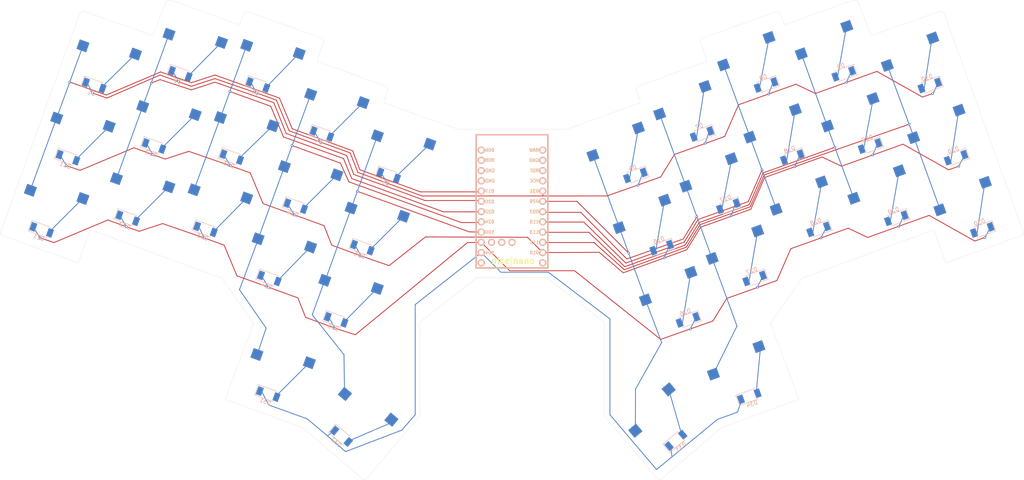
<source format=kicad_pcb>
(kicad_pcb (version 20171130) (host pcbnew "(5.1.10-1-10_14)")
  (layers (0 F.Cu signal) (31 B.Cu signal) (34 B.Paste user) (35 F.Paste user) (36 B.SilkS user) (37 F.SilkS user) (38 B.Mask user) (39 F.Mask user) (44 Edge.Cuts user))
  (net 0 "")
  (net 1 /row0)
  (net 2 "Net-(D1-Pad2)")
  (net 3 "Net-(D2-Pad2)")
  (net 4 "Net-(D3-Pad2)")
  (net 5 "Net-(D4-Pad2)")
  (net 6 "Net-(D5-Pad2)")
  (net 7 "Net-(D6-Pad2)")
  (net 8 "Net-(D7-Pad2)")
  (net 9 "Net-(D8-Pad2)")
  (net 10 "Net-(D9-Pad2)")
  (net 11 "Net-(D10-Pad2)")
  (net 12 /row1)
  (net 13 "Net-(D11-Pad2)")
  (net 14 "Net-(D12-Pad2)")
  (net 15 "Net-(D13-Pad2)")
  (net 16 "Net-(D14-Pad2)")
  (net 17 "Net-(D15-Pad2)")
  (net 18 "Net-(D16-Pad2)")
  (net 19 "Net-(D17-Pad2)")
  (net 20 "Net-(D18-Pad2)")
  (net 21 "Net-(D19-Pad2)")
  (net 22 "Net-(D20-Pad2)")
  (net 23 "Net-(D21-Pad2)")
  (net 24 /row2)
  (net 25 "Net-(D22-Pad2)")
  (net 26 "Net-(D23-Pad2)")
  (net 27 "Net-(D24-Pad2)")
  (net 28 "Net-(D25-Pad2)")
  (net 29 "Net-(D26-Pad2)")
  (net 30 "Net-(D27-Pad2)")
  (net 31 "Net-(D28-Pad2)")
  (net 32 "Net-(D29-Pad2)")
  (net 33 "Net-(D30-Pad2)")
  (net 34 "Net-(D31-Pad2)")
  (net 35 /row3)
  (net 36 "Net-(D32-Pad2)")
  (net 37 "Net-(D33-Pad2)")
  (net 38 "Net-(D34-Pad2)")
  (net 39 /col0)
  (net 40 /col1)
  (net 41 /col2)
  (net 42 /col3)
  (net 43 /col4)
  (net 44 /col5)
  (net 45 /col6)
  (net 46 /col7)
  (net 47 /col8)
  (net 48 /col9)
  (net 49 "Net-(U1-Pad33)")
  (net 50 "Net-(U1-Pad32)")
  (net 51 "Net-(U1-Pad31)")
  (net 52 "Net-(U1-Pad24)")
  (net 53 "Net-(U1-Pad12)")
  (net 54 "Net-(U1-Pad23)")
  (net 55 "Net-(U1-Pad22)")
  (net 56 "Net-(U1-Pad21)")
  (net 57 "Net-(U1-Pad13)")
  (net 58 "Net-(U1-Pad4)")
  (net 59 "Net-(U1-Pad3)")
  (net 60 "Net-(U1-Pad2)")
  (net 61 "Net-(U1-Pad1)")
  (module MX_Alps_Hybrid:MXOnly-1U-Hotswap (layer F.Cu) (at 39 40 340)
    (fp_text reference MX1)
    (fp_text value MX-NoLED)
    (pad "" np_thru_hole circle (at 2.54 -5.08 340) (size 3 3) (drill 3) (layers *.Cu *.Mask))
    (pad "" np_thru_hole circle (at 0 0 340) (size 3.9878 3.9878) (drill 3.9878) (layers *.Cu *.Mask))
    (pad "" np_thru_hole circle (at -3.81 -2.54 340) (size 3 3) (drill 3) (layers *.Cu *.Mask))
    (pad "" np_thru_hole circle (at -5.08 0 28.0996) (size 1.75 1.75) (drill 1.75) (layers *.Cu *.Mask))
    (pad "" np_thru_hole circle (at 5.08 0 28.0996) (size 1.75 1.75) (drill 1.75) (layers *.Cu *.Mask))
    (pad 1 smd rect (at -7.085 -2.54 340) (size 2.55 2.5) (layers B.Cu B.Paste B.Mask) (net 39 /col0))
    (pad 2 smd rect (at 5.842 -5.08 340) (size 2.55 2.5) (layers B.Cu B.Paste B.Mask) (net 2 "Net-(D1-Pad2)"))
  )
  (module MX_Alps_Hybrid:MXOnly-1U-Hotswap (layer F.Cu) (at 60.321345 37.118557 340)
    (fp_text reference MX2)
    (fp_text value MX-NoLED)
    (pad "" np_thru_hole circle (at 2.54 -5.08 340) (size 3 3) (drill 3) (layers *.Cu *.Mask))
    (pad "" np_thru_hole circle (at 0 0 340) (size 3.9878 3.9878) (drill 3.9878) (layers *.Cu *.Mask))
    (pad "" np_thru_hole circle (at -3.81 -2.54 340) (size 3 3) (drill 3) (layers *.Cu *.Mask))
    (pad "" np_thru_hole circle (at -5.08 0 28.0996) (size 1.75 1.75) (drill 1.75) (layers *.Cu *.Mask))
    (pad "" np_thru_hole circle (at 5.08 0 28.0996) (size 1.75 1.75) (drill 1.75) (layers *.Cu *.Mask))
    (pad 1 smd rect (at -7.085 -2.54 340) (size 2.55 2.5) (layers B.Cu B.Paste B.Mask) (net 40 /col1))
    (pad 2 smd rect (at 5.842 -5.08 340) (size 2.55 2.5) (layers B.Cu B.Paste B.Mask) (net 3 "Net-(D2-Pad2)"))
  )
  (module MX_Alps_Hybrid:MXOnly-1U-Hotswap (layer F.Cu) (at 79.59057 39.87527 340)
    (fp_text reference MX3)
    (fp_text value MX-NoLED)
    (pad "" np_thru_hole circle (at 2.54 -5.08 340) (size 3 3) (drill 3) (layers *.Cu *.Mask))
    (pad "" np_thru_hole circle (at 0 0 340) (size 3.9878 3.9878) (drill 3.9878) (layers *.Cu *.Mask))
    (pad "" np_thru_hole circle (at -3.81 -2.54 340) (size 3 3) (drill 3) (layers *.Cu *.Mask))
    (pad "" np_thru_hole circle (at -5.08 0 28.0996) (size 1.75 1.75) (drill 1.75) (layers *.Cu *.Mask))
    (pad "" np_thru_hole circle (at 5.08 0 28.0996) (size 1.75 1.75) (drill 1.75) (layers *.Cu *.Mask))
    (pad 1 smd rect (at -7.085 -2.54 340) (size 2.55 2.5) (layers B.Cu B.Paste B.Mask) (net 41 /col2))
    (pad 2 smd rect (at 5.842 -5.08 340) (size 2.55 2.5) (layers B.Cu B.Paste B.Mask) (net 4 "Net-(D3-Pad2)"))
  )
  (module MX_Alps_Hybrid:MXOnly-1U-Hotswap (layer F.Cu) (at 95.439594 52.02891 340)
    (fp_text reference MX4)
    (fp_text value MX-NoLED)
    (pad "" np_thru_hole circle (at 2.54 -5.08 340) (size 3 3) (drill 3) (layers *.Cu *.Mask))
    (pad "" np_thru_hole circle (at 0 0 340) (size 3.9878 3.9878) (drill 3.9878) (layers *.Cu *.Mask))
    (pad "" np_thru_hole circle (at -3.81 -2.54 340) (size 3 3) (drill 3) (layers *.Cu *.Mask))
    (pad "" np_thru_hole circle (at -5.08 0 28.0996) (size 1.75 1.75) (drill 1.75) (layers *.Cu *.Mask))
    (pad "" np_thru_hole circle (at 5.08 0 28.0996) (size 1.75 1.75) (drill 1.75) (layers *.Cu *.Mask))
    (pad 1 smd rect (at -7.085 -2.54 340) (size 2.55 2.5) (layers B.Cu B.Paste B.Mask) (net 42 /col3))
    (pad 2 smd rect (at 5.842 -5.08 340) (size 2.55 2.5) (layers B.Cu B.Paste B.Mask) (net 5 "Net-(D4-Pad2)"))
  )
  (module MX_Alps_Hybrid:MXOnly-1U-Hotswap (layer F.Cu) (at 111.972658 62.303164 340)
    (fp_text reference MX5)
    (fp_text value MX-NoLED)
    (pad "" np_thru_hole circle (at 2.54 -5.08 340) (size 3 3) (drill 3) (layers *.Cu *.Mask))
    (pad "" np_thru_hole circle (at 0 0 340) (size 3.9878 3.9878) (drill 3.9878) (layers *.Cu *.Mask))
    (pad "" np_thru_hole circle (at -3.81 -2.54 340) (size 3 3) (drill 3) (layers *.Cu *.Mask))
    (pad "" np_thru_hole circle (at -5.08 0 28.0996) (size 1.75 1.75) (drill 1.75) (layers *.Cu *.Mask))
    (pad "" np_thru_hole circle (at 5.08 0 28.0996) (size 1.75 1.75) (drill 1.75) (layers *.Cu *.Mask))
    (pad 1 smd rect (at -7.085 -2.54 340) (size 2.55 2.5) (layers B.Cu B.Paste B.Mask) (net 43 /col4))
    (pad 2 smd rect (at 5.842 -5.08 340) (size 2.55 2.5) (layers B.Cu B.Paste B.Mask) (net 6 "Net-(D5-Pad2)"))
  )
  (module MX_Alps_Hybrid:MXOnly-1U-Hotswap (layer F.Cu) (at 167.137641 62.303164 20)
    (fp_text reference MX6)
    (fp_text value MX-NoLED)
    (pad "" np_thru_hole circle (at 2.54 -5.08 20) (size 3 3) (drill 3) (layers *.Cu *.Mask))
    (pad "" np_thru_hole circle (at 0 0 20) (size 3.9878 3.9878) (drill 3.9878) (layers *.Cu *.Mask))
    (pad "" np_thru_hole circle (at -3.81 -2.54 20) (size 3 3) (drill 3) (layers *.Cu *.Mask))
    (pad "" np_thru_hole circle (at -5.08 0 68.0996) (size 1.75 1.75) (drill 1.75) (layers *.Cu *.Mask))
    (pad "" np_thru_hole circle (at 5.08 0 68.0996) (size 1.75 1.75) (drill 1.75) (layers *.Cu *.Mask))
    (pad 1 smd rect (at -7.085 -2.54 20) (size 2.55 2.5) (layers B.Cu B.Paste B.Mask) (net 44 /col5))
    (pad 2 smd rect (at 5.842 -5.08 20) (size 2.55 2.5) (layers B.Cu B.Paste B.Mask) (net 7 "Net-(D6-Pad2)"))
  )
  (module MX_Alps_Hybrid:MXOnly-1U-Hotswap (layer F.Cu) (at 183.670705 52.02891 20)
    (fp_text reference MX7)
    (fp_text value MX-NoLED)
    (pad "" np_thru_hole circle (at 2.54 -5.08 20) (size 3 3) (drill 3) (layers *.Cu *.Mask))
    (pad "" np_thru_hole circle (at 0 0 20) (size 3.9878 3.9878) (drill 3.9878) (layers *.Cu *.Mask))
    (pad "" np_thru_hole circle (at -3.81 -2.54 20) (size 3 3) (drill 3) (layers *.Cu *.Mask))
    (pad "" np_thru_hole circle (at -5.08 0 68.0996) (size 1.75 1.75) (drill 1.75) (layers *.Cu *.Mask))
    (pad "" np_thru_hole circle (at 5.08 0 68.0996) (size 1.75 1.75) (drill 1.75) (layers *.Cu *.Mask))
    (pad 1 smd rect (at -7.085 -2.54 20) (size 2.55 2.5) (layers B.Cu B.Paste B.Mask) (net 45 /col6))
    (pad 2 smd rect (at 5.842 -5.08 20) (size 2.55 2.5) (layers B.Cu B.Paste B.Mask) (net 8 "Net-(D7-Pad2)"))
  )
  (module MX_Alps_Hybrid:MXOnly-1U-Hotswap (layer F.Cu) (at 199.519728 39.87527 20)
    (fp_text reference MX8)
    (fp_text value MX-NoLED)
    (pad "" np_thru_hole circle (at 2.54 -5.08 20) (size 3 3) (drill 3) (layers *.Cu *.Mask))
    (pad "" np_thru_hole circle (at 0 0 20) (size 3.9878 3.9878) (drill 3.9878) (layers *.Cu *.Mask))
    (pad "" np_thru_hole circle (at -3.81 -2.54 20) (size 3 3) (drill 3) (layers *.Cu *.Mask))
    (pad "" np_thru_hole circle (at -5.08 0 68.0996) (size 1.75 1.75) (drill 1.75) (layers *.Cu *.Mask))
    (pad "" np_thru_hole circle (at 5.08 0 68.0996) (size 1.75 1.75) (drill 1.75) (layers *.Cu *.Mask))
    (pad 1 smd rect (at -7.085 -2.54 20) (size 2.55 2.5) (layers B.Cu B.Paste B.Mask) (net 46 /col7))
    (pad 2 smd rect (at 5.842 -5.08 20) (size 2.55 2.5) (layers B.Cu B.Paste B.Mask) (net 9 "Net-(D8-Pad2)"))
  )
  (module MX_Alps_Hybrid:MXOnly-1U-Hotswap (layer F.Cu) (at 218.788953 37.118557 20)
    (fp_text reference MX9)
    (fp_text value MX-NoLED)
    (pad "" np_thru_hole circle (at 2.54 -5.08 20) (size 3 3) (drill 3) (layers *.Cu *.Mask))
    (pad "" np_thru_hole circle (at 0 0 20) (size 3.9878 3.9878) (drill 3.9878) (layers *.Cu *.Mask))
    (pad "" np_thru_hole circle (at -3.81 -2.54 20) (size 3 3) (drill 3) (layers *.Cu *.Mask))
    (pad "" np_thru_hole circle (at -5.08 0 68.0996) (size 1.75 1.75) (drill 1.75) (layers *.Cu *.Mask))
    (pad "" np_thru_hole circle (at 5.08 0 68.0996) (size 1.75 1.75) (drill 1.75) (layers *.Cu *.Mask))
    (pad 1 smd rect (at -7.085 -2.54 20) (size 2.55 2.5) (layers B.Cu B.Paste B.Mask) (net 47 /col8))
    (pad 2 smd rect (at 5.842 -5.08 20) (size 2.55 2.5) (layers B.Cu B.Paste B.Mask) (net 10 "Net-(D9-Pad2)"))
  )
  (module MX_Alps_Hybrid:MXOnly-1U-Hotswap (layer F.Cu) (at 240.110299 40 20)
    (fp_text reference MX10)
    (fp_text value MX-NoLED)
    (pad "" np_thru_hole circle (at 2.54 -5.08 20) (size 3 3) (drill 3) (layers *.Cu *.Mask))
    (pad "" np_thru_hole circle (at 0 0 20) (size 3.9878 3.9878) (drill 3.9878) (layers *.Cu *.Mask))
    (pad "" np_thru_hole circle (at -3.81 -2.54 20) (size 3 3) (drill 3) (layers *.Cu *.Mask))
    (pad "" np_thru_hole circle (at -5.08 0 68.0996) (size 1.75 1.75) (drill 1.75) (layers *.Cu *.Mask))
    (pad "" np_thru_hole circle (at 5.08 0 68.0996) (size 1.75 1.75) (drill 1.75) (layers *.Cu *.Mask))
    (pad 1 smd rect (at -7.085 -2.54 20) (size 2.55 2.5) (layers B.Cu B.Paste B.Mask) (net 48 /col9))
    (pad 2 smd rect (at 5.842 -5.08 20) (size 2.55 2.5) (layers B.Cu B.Paste B.Mask) (net 11 "Net-(D10-Pad2)"))
  )
  (module MX_Alps_Hybrid:MXOnly-1U-Hotswap (layer F.Cu) (at 32.484516 57.901144 340)
    (fp_text reference MX11)
    (fp_text value MX-NoLED)
    (pad "" np_thru_hole circle (at 2.54 -5.08 340) (size 3 3) (drill 3) (layers *.Cu *.Mask))
    (pad "" np_thru_hole circle (at 0 0 340) (size 3.9878 3.9878) (drill 3.9878) (layers *.Cu *.Mask))
    (pad "" np_thru_hole circle (at -3.81 -2.54 340) (size 3 3) (drill 3) (layers *.Cu *.Mask))
    (pad "" np_thru_hole circle (at -5.08 0 28.0996) (size 1.75 1.75) (drill 1.75) (layers *.Cu *.Mask))
    (pad "" np_thru_hole circle (at 5.08 0 28.0996) (size 1.75 1.75) (drill 1.75) (layers *.Cu *.Mask))
    (pad 1 smd rect (at -7.085 -2.54 340) (size 2.55 2.5) (layers B.Cu B.Paste B.Mask) (net 39 /col0))
    (pad 2 smd rect (at 5.842 -5.08 340) (size 2.55 2.5) (layers B.Cu B.Paste B.Mask) (net 13 "Net-(D11-Pad2)"))
  )
  (module MX_Alps_Hybrid:MXOnly-1U-Hotswap (layer F.Cu) (at 53.805862 55.019701 340)
    (fp_text reference MX12)
    (fp_text value MX-NoLED)
    (pad "" np_thru_hole circle (at 2.54 -5.08 340) (size 3 3) (drill 3) (layers *.Cu *.Mask))
    (pad "" np_thru_hole circle (at 0 0 340) (size 3.9878 3.9878) (drill 3.9878) (layers *.Cu *.Mask))
    (pad "" np_thru_hole circle (at -3.81 -2.54 340) (size 3 3) (drill 3) (layers *.Cu *.Mask))
    (pad "" np_thru_hole circle (at -5.08 0 28.0996) (size 1.75 1.75) (drill 1.75) (layers *.Cu *.Mask))
    (pad "" np_thru_hole circle (at 5.08 0 28.0996) (size 1.75 1.75) (drill 1.75) (layers *.Cu *.Mask))
    (pad 1 smd rect (at -7.085 -2.54 340) (size 2.55 2.5) (layers B.Cu B.Paste B.Mask) (net 40 /col1))
    (pad 2 smd rect (at 5.842 -5.08 340) (size 2.55 2.5) (layers B.Cu B.Paste B.Mask) (net 14 "Net-(D12-Pad2)"))
  )
  (module MX_Alps_Hybrid:MXOnly-1U-Hotswap (layer F.Cu) (at 73.075087 57.776415 340)
    (fp_text reference MX13)
    (fp_text value MX-NoLED)
    (pad "" np_thru_hole circle (at 2.54 -5.08 340) (size 3 3) (drill 3) (layers *.Cu *.Mask))
    (pad "" np_thru_hole circle (at 0 0 340) (size 3.9878 3.9878) (drill 3.9878) (layers *.Cu *.Mask))
    (pad "" np_thru_hole circle (at -3.81 -2.54 340) (size 3 3) (drill 3) (layers *.Cu *.Mask))
    (pad "" np_thru_hole circle (at -5.08 0 28.0996) (size 1.75 1.75) (drill 1.75) (layers *.Cu *.Mask))
    (pad "" np_thru_hole circle (at 5.08 0 28.0996) (size 1.75 1.75) (drill 1.75) (layers *.Cu *.Mask))
    (pad 1 smd rect (at -7.085 -2.54 340) (size 2.55 2.5) (layers B.Cu B.Paste B.Mask) (net 41 /col2))
    (pad 2 smd rect (at 5.842 -5.08 340) (size 2.55 2.5) (layers B.Cu B.Paste B.Mask) (net 15 "Net-(D13-Pad2)"))
  )
  (module MX_Alps_Hybrid:MXOnly-1U-Hotswap (layer F.Cu) (at 88.92411 69.930054 340)
    (fp_text reference MX14)
    (fp_text value MX-NoLED)
    (pad "" np_thru_hole circle (at 2.54 -5.08 340) (size 3 3) (drill 3) (layers *.Cu *.Mask))
    (pad "" np_thru_hole circle (at 0 0 340) (size 3.9878 3.9878) (drill 3.9878) (layers *.Cu *.Mask))
    (pad "" np_thru_hole circle (at -3.81 -2.54 340) (size 3 3) (drill 3) (layers *.Cu *.Mask))
    (pad "" np_thru_hole circle (at -5.08 0 28.0996) (size 1.75 1.75) (drill 1.75) (layers *.Cu *.Mask))
    (pad "" np_thru_hole circle (at 5.08 0 28.0996) (size 1.75 1.75) (drill 1.75) (layers *.Cu *.Mask))
    (pad 1 smd rect (at -7.085 -2.54 340) (size 2.55 2.5) (layers B.Cu B.Paste B.Mask) (net 42 /col3))
    (pad 2 smd rect (at 5.842 -5.08 340) (size 2.55 2.5) (layers B.Cu B.Paste B.Mask) (net 16 "Net-(D14-Pad2)"))
  )
  (module MX_Alps_Hybrid:MXOnly-1U-Hotswap (layer F.Cu) (at 105.457174 80.204308 340)
    (fp_text reference MX15)
    (fp_text value MX-NoLED)
    (pad "" np_thru_hole circle (at 2.54 -5.08 340) (size 3 3) (drill 3) (layers *.Cu *.Mask))
    (pad "" np_thru_hole circle (at 0 0 340) (size 3.9878 3.9878) (drill 3.9878) (layers *.Cu *.Mask))
    (pad "" np_thru_hole circle (at -3.81 -2.54 340) (size 3 3) (drill 3) (layers *.Cu *.Mask))
    (pad "" np_thru_hole circle (at -5.08 0 28.0996) (size 1.75 1.75) (drill 1.75) (layers *.Cu *.Mask))
    (pad "" np_thru_hole circle (at 5.08 0 28.0996) (size 1.75 1.75) (drill 1.75) (layers *.Cu *.Mask))
    (pad 1 smd rect (at -7.085 -2.54 340) (size 2.55 2.5) (layers B.Cu B.Paste B.Mask) (net 43 /col4))
    (pad 2 smd rect (at 5.842 -5.08 340) (size 2.55 2.5) (layers B.Cu B.Paste B.Mask) (net 17 "Net-(D15-Pad2)"))
  )
  (module MX_Alps_Hybrid:MXOnly-1U-Hotswap (layer F.Cu) (at 173.653125 80.204308 20)
    (fp_text reference MX16)
    (fp_text value MX-NoLED)
    (pad "" np_thru_hole circle (at 2.54 -5.08 20) (size 3 3) (drill 3) (layers *.Cu *.Mask))
    (pad "" np_thru_hole circle (at 0 0 20) (size 3.9878 3.9878) (drill 3.9878) (layers *.Cu *.Mask))
    (pad "" np_thru_hole circle (at -3.81 -2.54 20) (size 3 3) (drill 3) (layers *.Cu *.Mask))
    (pad "" np_thru_hole circle (at -5.08 0 68.0996) (size 1.75 1.75) (drill 1.75) (layers *.Cu *.Mask))
    (pad "" np_thru_hole circle (at 5.08 0 68.0996) (size 1.75 1.75) (drill 1.75) (layers *.Cu *.Mask))
    (pad 1 smd rect (at -7.085 -2.54 20) (size 2.55 2.5) (layers B.Cu B.Paste B.Mask) (net 44 /col5))
    (pad 2 smd rect (at 5.842 -5.08 20) (size 2.55 2.5) (layers B.Cu B.Paste B.Mask) (net 18 "Net-(D16-Pad2)"))
  )
  (module MX_Alps_Hybrid:MXOnly-1U-Hotswap (layer F.Cu) (at 190.186189 69.930054 20)
    (fp_text reference MX17)
    (fp_text value MX-NoLED)
    (pad "" np_thru_hole circle (at 2.54 -5.08 20) (size 3 3) (drill 3) (layers *.Cu *.Mask))
    (pad "" np_thru_hole circle (at 0 0 20) (size 3.9878 3.9878) (drill 3.9878) (layers *.Cu *.Mask))
    (pad "" np_thru_hole circle (at -3.81 -2.54 20) (size 3 3) (drill 3) (layers *.Cu *.Mask))
    (pad "" np_thru_hole circle (at -5.08 0 68.0996) (size 1.75 1.75) (drill 1.75) (layers *.Cu *.Mask))
    (pad "" np_thru_hole circle (at 5.08 0 68.0996) (size 1.75 1.75) (drill 1.75) (layers *.Cu *.Mask))
    (pad 1 smd rect (at -7.085 -2.54 20) (size 2.55 2.5) (layers B.Cu B.Paste B.Mask) (net 45 /col6))
    (pad 2 smd rect (at 5.842 -5.08 20) (size 2.55 2.5) (layers B.Cu B.Paste B.Mask) (net 19 "Net-(D17-Pad2)"))
  )
  (module MX_Alps_Hybrid:MXOnly-1U-Hotswap (layer F.Cu) (at 206.035212 57.776415 20)
    (fp_text reference MX18)
    (fp_text value MX-NoLED)
    (pad 2 smd rect (at 5.842 -5.08 20) (size 2.55 2.5) (layers B.Cu B.Paste B.Mask) (net 20 "Net-(D18-Pad2)"))
    (pad 1 smd rect (at -7.085 -2.54 20) (size 2.55 2.5) (layers B.Cu B.Paste B.Mask) (net 46 /col7))
    (pad "" np_thru_hole circle (at 5.08 0 68.0996) (size 1.75 1.75) (drill 1.75) (layers *.Cu *.Mask))
    (pad "" np_thru_hole circle (at -5.08 0 68.0996) (size 1.75 1.75) (drill 1.75) (layers *.Cu *.Mask))
    (pad "" np_thru_hole circle (at -3.81 -2.54 20) (size 3 3) (drill 3) (layers *.Cu *.Mask))
    (pad "" np_thru_hole circle (at 0 0 20) (size 3.9878 3.9878) (drill 3.9878) (layers *.Cu *.Mask))
    (pad "" np_thru_hole circle (at 2.54 -5.08 20) (size 3 3) (drill 3) (layers *.Cu *.Mask))
  )
  (module MX_Alps_Hybrid:MXOnly-1U-Hotswap (layer F.Cu) (at 225.304437 55.019701 20)
    (fp_text reference MX19)
    (fp_text value MX-NoLED)
    (pad 2 smd rect (at 5.842 -5.08 20) (size 2.55 2.5) (layers B.Cu B.Paste B.Mask) (net 21 "Net-(D19-Pad2)"))
    (pad 1 smd rect (at -7.085 -2.54 20) (size 2.55 2.5) (layers B.Cu B.Paste B.Mask) (net 47 /col8))
    (pad "" np_thru_hole circle (at 5.08 0 68.0996) (size 1.75 1.75) (drill 1.75) (layers *.Cu *.Mask))
    (pad "" np_thru_hole circle (at -5.08 0 68.0996) (size 1.75 1.75) (drill 1.75) (layers *.Cu *.Mask))
    (pad "" np_thru_hole circle (at -3.81 -2.54 20) (size 3 3) (drill 3) (layers *.Cu *.Mask))
    (pad "" np_thru_hole circle (at 0 0 20) (size 3.9878 3.9878) (drill 3.9878) (layers *.Cu *.Mask))
    (pad "" np_thru_hole circle (at 2.54 -5.08 20) (size 3 3) (drill 3) (layers *.Cu *.Mask))
  )
  (module MX_Alps_Hybrid:MXOnly-1U-Hotswap (layer F.Cu) (at 246.625783 57.901144 20)
    (fp_text reference MX20)
    (fp_text value MX-NoLED)
    (pad 2 smd rect (at 5.842 -5.08 20) (size 2.55 2.5) (layers B.Cu B.Paste B.Mask) (net 22 "Net-(D20-Pad2)"))
    (pad 1 smd rect (at -7.085 -2.54 20) (size 2.55 2.5) (layers B.Cu B.Paste B.Mask) (net 48 /col9))
    (pad "" np_thru_hole circle (at 5.08 0 68.0996) (size 1.75 1.75) (drill 1.75) (layers *.Cu *.Mask))
    (pad "" np_thru_hole circle (at -5.08 0 68.0996) (size 1.75 1.75) (drill 1.75) (layers *.Cu *.Mask))
    (pad "" np_thru_hole circle (at -3.81 -2.54 20) (size 3 3) (drill 3) (layers *.Cu *.Mask))
    (pad "" np_thru_hole circle (at 0 0 20) (size 3.9878 3.9878) (drill 3.9878) (layers *.Cu *.Mask))
    (pad "" np_thru_hole circle (at 2.54 -5.08 20) (size 3 3) (drill 3) (layers *.Cu *.Mask))
  )
  (module MX_Alps_Hybrid:MXOnly-1U-Hotswap (layer F.Cu) (at 25.969032 75.802288 340)
    (fp_text reference MX21)
    (fp_text value MX-NoLED)
    (pad 2 smd rect (at 5.842 -5.08 340) (size 2.55 2.5) (layers B.Cu B.Paste B.Mask) (net 23 "Net-(D21-Pad2)"))
    (pad 1 smd rect (at -7.085 -2.54 340) (size 2.55 2.5) (layers B.Cu B.Paste B.Mask) (net 39 /col0))
    (pad "" np_thru_hole circle (at 5.08 0 28.0996) (size 1.75 1.75) (drill 1.75) (layers *.Cu *.Mask))
    (pad "" np_thru_hole circle (at -5.08 0 28.0996) (size 1.75 1.75) (drill 1.75) (layers *.Cu *.Mask))
    (pad "" np_thru_hole circle (at -3.81 -2.54 340) (size 3 3) (drill 3) (layers *.Cu *.Mask))
    (pad "" np_thru_hole circle (at 0 0 340) (size 3.9878 3.9878) (drill 3.9878) (layers *.Cu *.Mask))
    (pad "" np_thru_hole circle (at 2.54 -5.08 340) (size 3 3) (drill 3) (layers *.Cu *.Mask))
  )
  (module MX_Alps_Hybrid:MXOnly-1U-Hotswap (layer F.Cu) (at 47.290378 72.920846 340)
    (fp_text reference MX22)
    (fp_text value MX-NoLED)
    (pad 2 smd rect (at 5.842 -5.08 340) (size 2.55 2.5) (layers B.Cu B.Paste B.Mask) (net 25 "Net-(D22-Pad2)"))
    (pad 1 smd rect (at -7.085 -2.54 340) (size 2.55 2.5) (layers B.Cu B.Paste B.Mask) (net 40 /col1))
    (pad "" np_thru_hole circle (at 5.08 0 28.0996) (size 1.75 1.75) (drill 1.75) (layers *.Cu *.Mask))
    (pad "" np_thru_hole circle (at -5.08 0 28.0996) (size 1.75 1.75) (drill 1.75) (layers *.Cu *.Mask))
    (pad "" np_thru_hole circle (at -3.81 -2.54 340) (size 3 3) (drill 3) (layers *.Cu *.Mask))
    (pad "" np_thru_hole circle (at 0 0 340) (size 3.9878 3.9878) (drill 3.9878) (layers *.Cu *.Mask))
    (pad "" np_thru_hole circle (at 2.54 -5.08 340) (size 3 3) (drill 3) (layers *.Cu *.Mask))
  )
  (module MX_Alps_Hybrid:MXOnly-1U-Hotswap (layer F.Cu) (at 66.559603 75.677559 340)
    (fp_text reference MX23)
    (fp_text value MX-NoLED)
    (pad 2 smd rect (at 5.842 -5.08 340) (size 2.55 2.5) (layers B.Cu B.Paste B.Mask) (net 26 "Net-(D23-Pad2)"))
    (pad 1 smd rect (at -7.085 -2.54 340) (size 2.55 2.5) (layers B.Cu B.Paste B.Mask) (net 41 /col2))
    (pad "" np_thru_hole circle (at 5.08 0 28.0996) (size 1.75 1.75) (drill 1.75) (layers *.Cu *.Mask))
    (pad "" np_thru_hole circle (at -5.08 0 28.0996) (size 1.75 1.75) (drill 1.75) (layers *.Cu *.Mask))
    (pad "" np_thru_hole circle (at -3.81 -2.54 340) (size 3 3) (drill 3) (layers *.Cu *.Mask))
    (pad "" np_thru_hole circle (at 0 0 340) (size 3.9878 3.9878) (drill 3.9878) (layers *.Cu *.Mask))
    (pad "" np_thru_hole circle (at 2.54 -5.08 340) (size 3 3) (drill 3) (layers *.Cu *.Mask))
  )
  (module MX_Alps_Hybrid:MXOnly-1U-Hotswap (layer F.Cu) (at 82.408626 87.831199 340)
    (fp_text reference MX24)
    (fp_text value MX-NoLED)
    (pad 2 smd rect (at 5.842 -5.08 340) (size 2.55 2.5) (layers B.Cu B.Paste B.Mask) (net 27 "Net-(D24-Pad2)"))
    (pad 1 smd rect (at -7.085 -2.54 340) (size 2.55 2.5) (layers B.Cu B.Paste B.Mask) (net 42 /col3))
    (pad "" np_thru_hole circle (at 5.08 0 28.0996) (size 1.75 1.75) (drill 1.75) (layers *.Cu *.Mask))
    (pad "" np_thru_hole circle (at -5.08 0 28.0996) (size 1.75 1.75) (drill 1.75) (layers *.Cu *.Mask))
    (pad "" np_thru_hole circle (at -3.81 -2.54 340) (size 3 3) (drill 3) (layers *.Cu *.Mask))
    (pad "" np_thru_hole circle (at 0 0 340) (size 3.9878 3.9878) (drill 3.9878) (layers *.Cu *.Mask))
    (pad "" np_thru_hole circle (at 2.54 -5.08 340) (size 3 3) (drill 3) (layers *.Cu *.Mask))
  )
  (module MX_Alps_Hybrid:MXOnly-1U-Hotswap (layer F.Cu) (at 98.94169 98.105453 340)
    (fp_text reference MX25)
    (fp_text value MX-NoLED)
    (pad 2 smd rect (at 5.842 -5.08 340) (size 2.55 2.5) (layers B.Cu B.Paste B.Mask) (net 28 "Net-(D25-Pad2)"))
    (pad 1 smd rect (at -7.085 -2.54 340) (size 2.55 2.5) (layers B.Cu B.Paste B.Mask) (net 43 /col4))
    (pad "" np_thru_hole circle (at 5.08 0 28.0996) (size 1.75 1.75) (drill 1.75) (layers *.Cu *.Mask))
    (pad "" np_thru_hole circle (at -5.08 0 28.0996) (size 1.75 1.75) (drill 1.75) (layers *.Cu *.Mask))
    (pad "" np_thru_hole circle (at -3.81 -2.54 340) (size 3 3) (drill 3) (layers *.Cu *.Mask))
    (pad "" np_thru_hole circle (at 0 0 340) (size 3.9878 3.9878) (drill 3.9878) (layers *.Cu *.Mask))
    (pad "" np_thru_hole circle (at 2.54 -5.08 340) (size 3 3) (drill 3) (layers *.Cu *.Mask))
  )
  (module MX_Alps_Hybrid:MXOnly-1U-Hotswap (layer F.Cu) (at 180.168609 98.105453 20)
    (fp_text reference MX26)
    (fp_text value MX-NoLED)
    (pad 2 smd rect (at 5.842 -5.08 20) (size 2.55 2.5) (layers B.Cu B.Paste B.Mask) (net 29 "Net-(D26-Pad2)"))
    (pad 1 smd rect (at -7.085 -2.54 20) (size 2.55 2.5) (layers B.Cu B.Paste B.Mask) (net 44 /col5))
    (pad "" np_thru_hole circle (at 5.08 0 68.0996) (size 1.75 1.75) (drill 1.75) (layers *.Cu *.Mask))
    (pad "" np_thru_hole circle (at -5.08 0 68.0996) (size 1.75 1.75) (drill 1.75) (layers *.Cu *.Mask))
    (pad "" np_thru_hole circle (at -3.81 -2.54 20) (size 3 3) (drill 3) (layers *.Cu *.Mask))
    (pad "" np_thru_hole circle (at 0 0 20) (size 3.9878 3.9878) (drill 3.9878) (layers *.Cu *.Mask))
    (pad "" np_thru_hole circle (at 2.54 -5.08 20) (size 3 3) (drill 3) (layers *.Cu *.Mask))
  )
  (module MX_Alps_Hybrid:MXOnly-1U-Hotswap (layer F.Cu) (at 196.701672 87.831199 20)
    (fp_text reference MX27)
    (fp_text value MX-NoLED)
    (pad 2 smd rect (at 5.842 -5.08 20) (size 2.55 2.5) (layers B.Cu B.Paste B.Mask) (net 30 "Net-(D27-Pad2)"))
    (pad 1 smd rect (at -7.085 -2.54 20) (size 2.55 2.5) (layers B.Cu B.Paste B.Mask) (net 45 /col6))
    (pad "" np_thru_hole circle (at 5.08 0 68.0996) (size 1.75 1.75) (drill 1.75) (layers *.Cu *.Mask))
    (pad "" np_thru_hole circle (at -5.08 0 68.0996) (size 1.75 1.75) (drill 1.75) (layers *.Cu *.Mask))
    (pad "" np_thru_hole circle (at -3.81 -2.54 20) (size 3 3) (drill 3) (layers *.Cu *.Mask))
    (pad "" np_thru_hole circle (at 0 0 20) (size 3.9878 3.9878) (drill 3.9878) (layers *.Cu *.Mask))
    (pad "" np_thru_hole circle (at 2.54 -5.08 20) (size 3 3) (drill 3) (layers *.Cu *.Mask))
  )
  (module MX_Alps_Hybrid:MXOnly-1U-Hotswap (layer F.Cu) (at 212.550696 75.677559 20)
    (fp_text reference MX28)
    (fp_text value MX-NoLED)
    (pad 2 smd rect (at 5.842 -5.08 20) (size 2.55 2.5) (layers B.Cu B.Paste B.Mask) (net 31 "Net-(D28-Pad2)"))
    (pad 1 smd rect (at -7.085 -2.54 20) (size 2.55 2.5) (layers B.Cu B.Paste B.Mask) (net 46 /col7))
    (pad "" np_thru_hole circle (at 5.08 0 68.0996) (size 1.75 1.75) (drill 1.75) (layers *.Cu *.Mask))
    (pad "" np_thru_hole circle (at -5.08 0 68.0996) (size 1.75 1.75) (drill 1.75) (layers *.Cu *.Mask))
    (pad "" np_thru_hole circle (at -3.81 -2.54 20) (size 3 3) (drill 3) (layers *.Cu *.Mask))
    (pad "" np_thru_hole circle (at 0 0 20) (size 3.9878 3.9878) (drill 3.9878) (layers *.Cu *.Mask))
    (pad "" np_thru_hole circle (at 2.54 -5.08 20) (size 3 3) (drill 3) (layers *.Cu *.Mask))
  )
  (module MX_Alps_Hybrid:MXOnly-1U-Hotswap (layer F.Cu) (at 231.819921 72.920846 20)
    (fp_text reference MX29)
    (fp_text value MX-NoLED)
    (pad 2 smd rect (at 5.842 -5.08 20) (size 2.55 2.5) (layers B.Cu B.Paste B.Mask) (net 32 "Net-(D29-Pad2)"))
    (pad 1 smd rect (at -7.085 -2.54 20) (size 2.55 2.5) (layers B.Cu B.Paste B.Mask) (net 47 /col8))
    (pad "" np_thru_hole circle (at 5.08 0 68.0996) (size 1.75 1.75) (drill 1.75) (layers *.Cu *.Mask))
    (pad "" np_thru_hole circle (at -5.08 0 68.0996) (size 1.75 1.75) (drill 1.75) (layers *.Cu *.Mask))
    (pad "" np_thru_hole circle (at -3.81 -2.54 20) (size 3 3) (drill 3) (layers *.Cu *.Mask))
    (pad "" np_thru_hole circle (at 0 0 20) (size 3.9878 3.9878) (drill 3.9878) (layers *.Cu *.Mask))
    (pad "" np_thru_hole circle (at 2.54 -5.08 20) (size 3 3) (drill 3) (layers *.Cu *.Mask))
  )
  (module MX_Alps_Hybrid:MXOnly-1U-Hotswap (layer F.Cu) (at 253.141267 75.802288 20)
    (fp_text reference MX30)
    (fp_text value MX-NoLED)
    (pad 2 smd rect (at 5.842 -5.08 20) (size 2.55 2.5) (layers B.Cu B.Paste B.Mask) (net 33 "Net-(D30-Pad2)"))
    (pad 1 smd rect (at -7.085 -2.54 20) (size 2.55 2.5) (layers B.Cu B.Paste B.Mask) (net 48 /col9))
    (pad "" np_thru_hole circle (at 5.08 0 68.0996) (size 1.75 1.75) (drill 1.75) (layers *.Cu *.Mask))
    (pad "" np_thru_hole circle (at -5.08 0 68.0996) (size 1.75 1.75) (drill 1.75) (layers *.Cu *.Mask))
    (pad "" np_thru_hole circle (at -3.81 -2.54 20) (size 3 3) (drill 3) (layers *.Cu *.Mask))
    (pad "" np_thru_hole circle (at 0 0 20) (size 3.9878 3.9878) (drill 3.9878) (layers *.Cu *.Mask))
    (pad "" np_thru_hole circle (at 2.54 -5.08 20) (size 3 3) (drill 3) (layers *.Cu *.Mask))
  )
  (module MX_Alps_Hybrid:MXOnly-1U-Hotswap (layer F.Cu) (at 82.107554 116.507626 340)
    (fp_text reference MX31)
    (fp_text value MX-NoLED)
    (pad 2 smd rect (at 5.842 -5.08 340) (size 2.55 2.5) (layers B.Cu B.Paste B.Mask) (net 34 "Net-(D31-Pad2)"))
    (pad 1 smd rect (at -7.085 -2.54 340) (size 2.55 2.5) (layers B.Cu B.Paste B.Mask) (net 42 /col3))
    (pad "" np_thru_hole circle (at 5.08 0 28.0996) (size 1.75 1.75) (drill 1.75) (layers *.Cu *.Mask))
    (pad "" np_thru_hole circle (at -5.08 0 28.0996) (size 1.75 1.75) (drill 1.75) (layers *.Cu *.Mask))
    (pad "" np_thru_hole circle (at -3.81 -2.54 340) (size 3 3) (drill 3) (layers *.Cu *.Mask))
    (pad "" np_thru_hole circle (at 0 0 340) (size 3.9878 3.9878) (drill 3.9878) (layers *.Cu *.Mask))
    (pad "" np_thru_hole circle (at 2.54 -5.08 340) (size 3 3) (drill 3) (layers *.Cu *.Mask))
  )
  (module MX_Alps_Hybrid:MXOnly-1U-Hotswap (layer F.Cu) (at 101.929542 127.978951 320)
    (fp_text reference MX32)
    (fp_text value MX-NoLED)
    (pad 2 smd rect (at 5.842 -5.08 320) (size 2.55 2.5) (layers B.Cu B.Paste B.Mask) (net 36 "Net-(D32-Pad2)"))
    (pad 1 smd rect (at -7.085 -2.54 320) (size 2.55 2.5) (layers B.Cu B.Paste B.Mask) (net 43 /col4))
    (pad "" np_thru_hole circle (at 5.08 0 8.0996) (size 1.75 1.75) (drill 1.75) (layers *.Cu *.Mask))
    (pad "" np_thru_hole circle (at -5.08 0 8.0996) (size 1.75 1.75) (drill 1.75) (layers *.Cu *.Mask))
    (pad "" np_thru_hole circle (at -3.81 -2.54 320) (size 3 3) (drill 3) (layers *.Cu *.Mask))
    (pad "" np_thru_hole circle (at 0 0 320) (size 3.9878 3.9878) (drill 3.9878) (layers *.Cu *.Mask))
    (pad "" np_thru_hole circle (at 2.54 -5.08 320) (size 3 3) (drill 3) (layers *.Cu *.Mask))
  )
  (module MX_Alps_Hybrid:MXOnly-1U-Hotswap (layer F.Cu) (at 177.180757 127.978951 40)
    (fp_text reference MX33)
    (fp_text value MX-NoLED)
    (pad 2 smd rect (at 5.842 -5.08 40) (size 2.55 2.5) (layers B.Cu B.Paste B.Mask) (net 37 "Net-(D33-Pad2)"))
    (pad 1 smd rect (at -7.085 -2.54 40) (size 2.55 2.5) (layers B.Cu B.Paste B.Mask) (net 44 /col5))
    (pad "" np_thru_hole circle (at 5.08 0 88.0996) (size 1.75 1.75) (drill 1.75) (layers *.Cu *.Mask))
    (pad "" np_thru_hole circle (at -5.08 0 88.0996) (size 1.75 1.75) (drill 1.75) (layers *.Cu *.Mask))
    (pad "" np_thru_hole circle (at -3.81 -2.54 40) (size 3 3) (drill 3) (layers *.Cu *.Mask))
    (pad "" np_thru_hole circle (at 0 0 40) (size 3.9878 3.9878) (drill 3.9878) (layers *.Cu *.Mask))
    (pad "" np_thru_hole circle (at 2.54 -5.08 40) (size 3 3) (drill 3) (layers *.Cu *.Mask))
  )
  (module MX_Alps_Hybrid:MXOnly-1U-Hotswap (layer F.Cu) (at 197.002745 116.507626 20)
    (fp_text reference MX34)
    (fp_text value MX-NoLED)
    (pad 2 smd rect (at 5.842 -5.08 20) (size 2.55 2.5) (layers B.Cu B.Paste B.Mask) (net 38 "Net-(D34-Pad2)"))
    (pad 1 smd rect (at -7.085 -2.54 20) (size 2.55 2.5) (layers B.Cu B.Paste B.Mask) (net 45 /col6))
    (pad "" np_thru_hole circle (at 5.08 0 68.0996) (size 1.75 1.75) (drill 1.75) (layers *.Cu *.Mask))
    (pad "" np_thru_hole circle (at -5.08 0 68.0996) (size 1.75 1.75) (drill 1.75) (layers *.Cu *.Mask))
    (pad "" np_thru_hole circle (at -3.81 -2.54 20) (size 3 3) (drill 3) (layers *.Cu *.Mask))
    (pad "" np_thru_hole circle (at 0 0 20) (size 3.9878 3.9878) (drill 3.9878) (layers *.Cu *.Mask))
    (pad "" np_thru_hole circle (at 2.54 -5.08 20) (size 3 3) (drill 3) (layers *.Cu *.Mask))
  )
  (module nice-nano-kicad:nice_nano (layer F.Cu) (at 139.555149 75 270)
    (fp_text reference U1 hide)
    (fp_text value nice_nano hide)
    (fp_text user RST (at -8.89 -5.588) (layer B.SilkS) (effects (font (size 0.8 0.8)) (justify mirror)))
    (fp_text user 006 (at -13.97 5.53719) (layer F.SilkS) (effects (font (size 0.8 0.8))))
    (fp_text user 006 (at -13.97 5.53719) (layer B.SilkS) (effects (font (size 0.8 0.8)) (justify mirror)))
    (fp_text user 008 (at -11.5 5.53719) (layer F.SilkS) (effects (font (size 0.8 0.8))))
    (fp_text user 020 (at -1.2 5.53719) (layer F.SilkS) (effects (font (size 0.8 0.8))))
    (fp_text user 017 (at -3.8 5.53719) (layer F.SilkS) (effects (font (size 0.8 0.8))))
    (fp_text user GND (at -6.35 5.461) (layer F.SilkS) (effects (font (size 0.8 0.8))))
    (fp_text user GND (at -8.89 5.461) (layer F.SilkS) (effects (font (size 0.8 0.8))))
    (fp_text user 022 (at 1.3 5.53719) (layer F.SilkS) (effects (font (size 0.8 0.8))))
    (fp_text user 024 (at 3.81 5.53719) (layer F.SilkS) (effects (font (size 0.8 0.8))))
    (fp_text user 100 (at 6.35 5.53719) (layer F.SilkS) (effects (font (size 0.8 0.8))))
    (fp_text user 104 (at 11.43 5.53719) (layer F.SilkS) (effects (font (size 0.8 0.8))))
    (fp_text user 010 (at 11.43 -5.537191) (layer B.SilkS) (effects (font (size 0.8 0.8)) (justify mirror)))
    (fp_text user 111 (at 8.89 -5.537191) (layer F.SilkS) (effects (font (size 0.8 0.8))))
    (fp_text user 113 (at 6.35 -5.537191) (layer F.SilkS) (effects (font (size 0.8 0.8))))
    (fp_text user 115 (at 3.81 -5.537191) (layer B.SilkS) (effects (font (size 0.8 0.8)) (justify mirror)))
    (fp_text user 002 (at 1.27 -5.537191) (layer B.SilkS) (effects (font (size 0.8 0.8)) (justify mirror)))
    (fp_text user 029 (at -1.27 -5.537191) (layer B.SilkS) (effects (font (size 0.8 0.8)) (justify mirror)))
    (fp_text user 031 (at -3.81 -5.537191) (layer F.SilkS) (effects (font (size 0.8 0.8))))
    (fp_text user VCC (at -6.35 -5.537191) (layer F.SilkS) (effects (font (size 0.8 0.8))))
    (fp_text user RST (at -8.89 -5.588) (layer F.SilkS) (effects (font (size 0.8 0.8))))
    (fp_text user GND (at -11.43 -5.454667) (layer F.SilkS) (effects (font (size 0.8 0.8))))
    (fp_text user RAW (at -13.97 -5.473715) (layer F.SilkS) (effects (font (size 0.8 0.8))))
    (fp_text user RAW (at -13.97 -5.473715) (layer B.SilkS) (effects (font (size 0.8 0.8)) (justify mirror)))
    (fp_text user GND (at -11.43 -5.454667) (layer B.SilkS) (effects (font (size 0.8 0.8)) (justify mirror)))
    (fp_text user VCC (at -6.35 -5.537191) (layer B.SilkS) (effects (font (size 0.8 0.8)) (justify mirror)))
    (fp_text user 031 (at -3.81 -5.537191) (layer B.SilkS) (effects (font (size 0.8 0.8)) (justify mirror)))
    (fp_text user 029 (at -1.27 -5.537191) (layer F.SilkS) (effects (font (size 0.8 0.8))))
    (fp_text user 002 (at 1.27 -5.537191) (layer F.SilkS) (effects (font (size 0.8 0.8))))
    (fp_text user 115 (at 3.81 -5.537191) (layer F.SilkS) (effects (font (size 0.8 0.8))))
    (fp_text user 113 (at 6.35 -5.537191) (layer B.SilkS) (effects (font (size 0.8 0.8)) (justify mirror)))
    (fp_text user 111 (at 8.89 -5.537191) (layer B.SilkS) (effects (font (size 0.8 0.8)) (justify mirror)))
    (fp_text user 010 (at 11.43 -5.537191) (layer F.SilkS) (effects (font (size 0.8 0.8))))
    (fp_text user 104 (at 11.43 5.53719) (layer B.SilkS) (effects (font (size 0.8 0.8)) (justify mirror)))
    (fp_text user 100 (at 6.35 5.53719) (layer B.SilkS) (effects (font (size 0.8 0.8)) (justify mirror)))
    (fp_text user 024 (at 3.8 5.53719) (layer B.SilkS) (effects (font (size 0.8 0.8)) (justify mirror)))
    (fp_text user 022 (at 1.3 5.53719) (layer B.SilkS) (effects (font (size 0.8 0.8)) (justify mirror)))
    (fp_text user GND (at -8.89 5.461) (layer B.SilkS) (effects (font (size 0.8 0.8)) (justify mirror)))
    (fp_text user GND (at -6.35 5.461) (layer B.SilkS) (effects (font (size 0.8 0.8)) (justify mirror)))
    (fp_text user 017 (at -3.81 5.53719) (layer B.SilkS) (effects (font (size 0.8 0.8)) (justify mirror)))
    (fp_text user 020 (at -1.2 5.53719) (layer B.SilkS) (effects (font (size 0.8 0.8)) (justify mirror)))
    (fp_text user 008 (at -11.5 5.53719) (layer B.SilkS) (effects (font (size 0.8 0.8)) (justify mirror)))
    (fp_text user nice!nano (at 13.462 -0.254) (layer F.SilkS) (effects (font (size 1.5 1.5) (thickness 0.3))))
    (pad 33 thru_hole circle (at 8.89 0 270) (size 1.7526 1.7526) (drill 1.0922) (layers *.Cu *.SilkS *.Mask) (net 49 "Net-(U1-Pad33)"))
    (pad 32 thru_hole circle (at 8.89 2.54 270) (size 1.7526 1.7526) (drill 1.0922) (layers *.Cu *.SilkS *.Mask) (net 50 "Net-(U1-Pad32)"))
    (pad 31 thru_hole circle (at 8.89 5.08 270) (size 1.7526 1.7526) (drill 1.0922) (layers *.Cu *.SilkS *.Mask) (net 51 "Net-(U1-Pad31)"))
    (pad 24 thru_hole circle (at -13.97 -7.62 270) (size 1.7526 1.7526) (drill 1.0922) (layers *.Cu *.SilkS *.Mask) (net 52 "Net-(U1-Pad24)"))
    (pad 12 thru_hole circle (at 13.97 7.62 270) (size 1.7526 1.7526) (drill 1.0922) (layers *.Cu *.SilkS *.Mask) (net 53 "Net-(U1-Pad12)"))
    (pad 23 thru_hole circle (at -11.43 -7.62 270) (size 1.7526 1.7526) (drill 1.0922) (layers *.Cu *.SilkS *.Mask) (net 54 "Net-(U1-Pad23)"))
    (pad 22 thru_hole circle (at -8.89 -7.62 270) (size 1.7526 1.7526) (drill 1.0922) (layers *.Cu *.SilkS *.Mask) (net 55 "Net-(U1-Pad22)"))
    (pad 21 thru_hole circle (at -6.35 -7.62 270) (size 1.7526 1.7526) (drill 1.0922) (layers *.Cu *.SilkS *.Mask) (net 56 "Net-(U1-Pad21)"))
    (pad 20 thru_hole circle (at -3.81 -7.62 270) (size 1.7526 1.7526) (drill 1.0922) (layers *.Cu *.SilkS *.Mask) (net 1 /row0))
    (pad 19 thru_hole circle (at -1.27 -7.62 270) (size 1.7526 1.7526) (drill 1.0922) (layers *.Cu *.SilkS *.Mask) (net 44 /col5))
    (pad 18 thru_hole circle (at 1.27 -7.62 270) (size 1.7526 1.7526) (drill 1.0922) (layers *.Cu *.SilkS *.Mask) (net 45 /col6))
    (pad 17 thru_hole circle (at 3.81 -7.62 270) (size 1.7526 1.7526) (drill 1.0922) (layers *.Cu *.SilkS *.Mask) (net 46 /col7))
    (pad 16 thru_hole circle (at 6.35 -7.62 270) (size 1.7526 1.7526) (drill 1.0922) (layers *.Cu *.SilkS *.Mask) (net 47 /col8))
    (pad 15 thru_hole circle (at 8.89 -7.62 270) (size 1.7526 1.7526) (drill 1.0922) (layers *.Cu *.SilkS *.Mask) (net 48 /col9))
    (pad 14 thru_hole circle (at 11.43 -7.62 270) (size 1.7526 1.7526) (drill 1.0922) (layers *.Cu *.SilkS *.Mask) (net 12 /row1))
    (pad 13 thru_hole circle (at 13.97 -7.62 270) (size 1.7526 1.7526) (drill 1.0922) (layers *.Cu *.SilkS *.Mask) (net 57 "Net-(U1-Pad13)"))
    (pad 11 thru_hole circle (at 11.43 7.62 270) (size 1.7526 1.7526) (drill 1.0922) (layers *.Cu *.SilkS *.Mask) (net 35 /row3))
    (pad 10 thru_hole circle (at 8.89 7.62 270) (size 1.7526 1.7526) (drill 1.0922) (layers *.Cu *.SilkS *.Mask) (net 24 /row2))
    (pad 9 thru_hole circle (at 6.35 7.62 270) (size 1.7526 1.7526) (drill 1.0922) (layers *.Cu *.SilkS *.Mask) (net 43 /col4))
    (pad 8 thru_hole circle (at 3.81 7.62 270) (size 1.7526 1.7526) (drill 1.0922) (layers *.Cu *.SilkS *.Mask) (net 42 /col3))
    (pad 7 thru_hole circle (at 1.27 7.62 270) (size 1.7526 1.7526) (drill 1.0922) (layers *.Cu *.SilkS *.Mask) (net 41 /col2))
    (pad 6 thru_hole circle (at -1.27 7.62 270) (size 1.7526 1.7526) (drill 1.0922) (layers *.Cu *.SilkS *.Mask) (net 40 /col1))
    (pad 5 thru_hole circle (at -3.81 7.62 270) (size 1.7526 1.7526) (drill 1.0922) (layers *.Cu *.SilkS *.Mask) (net 39 /col0))
    (pad 4 thru_hole circle (at -6.35 7.62 270) (size 1.7526 1.7526) (drill 1.0922) (layers *.Cu *.SilkS *.Mask) (net 58 "Net-(U1-Pad4)"))
    (pad 3 thru_hole circle (at -8.89 7.62 270) (size 1.7526 1.7526) (drill 1.0922) (layers *.Cu *.SilkS *.Mask) (net 59 "Net-(U1-Pad3)"))
    (pad 2 thru_hole circle (at -11.43 7.62 270) (size 1.7526 1.7526) (drill 1.0922) (layers *.Cu *.SilkS *.Mask) (net 60 "Net-(U1-Pad2)"))
    (pad 1 thru_hole circle (at -13.97 7.62 270) (size 1.7526 1.7526) (drill 1.0922) (layers *.Cu *.SilkS *.Mask) (net 61 "Net-(U1-Pad1)"))
  )
  (module Diode_SMD:D_SOD-128 (layer B.Cu) (at 36 45 340)
    (fp_text reference D1 (at 0 2 160) (layer B.SilkS) (effects (justify mirror)))
    (fp_text value D_Small)
    (pad 1 smd rect (at -2.2 0 340) (size 1.4 2.1) (layers B.Cu B.Paste B.Mask) (net 1 /row0))
    (pad 2 smd rect (at 2.2 0 340) (size 1.4 2.1) (layers B.Cu B.Paste B.Mask) (net 2 "Net-(D1-Pad2)"))
  )
  (module Diode_SMD:D_SOD-128 (layer B.Cu) (at 57.321345 42.118557 340)
    (fp_text reference D2 (at 0 2 160) (layer B.SilkS) (effects (justify mirror)))
    (fp_text value D_Small)
    (pad 1 smd rect (at -2.2 0 340) (size 1.4 2.1) (layers B.Cu B.Paste B.Mask) (net 1 /row0))
    (pad 2 smd rect (at 2.2 0 340) (size 1.4 2.1) (layers B.Cu B.Paste B.Mask) (net 3 "Net-(D2-Pad2)"))
  )
  (module Diode_SMD:D_SOD-128 (layer B.Cu) (at 76.59057 44.87527 340)
    (fp_text reference D3 (at 0 2 160) (layer B.SilkS) (effects (justify mirror)))
    (fp_text value D_Small)
    (pad 1 smd rect (at -2.2 0 340) (size 1.4 2.1) (layers B.Cu B.Paste B.Mask) (net 1 /row0))
    (pad 2 smd rect (at 2.2 0 340) (size 1.4 2.1) (layers B.Cu B.Paste B.Mask) (net 4 "Net-(D3-Pad2)"))
  )
  (module Diode_SMD:D_SOD-128 (layer B.Cu) (at 92.439594 57.02891 340)
    (fp_text reference D4 (at 0 2 160) (layer B.SilkS) (effects (justify mirror)))
    (fp_text value D_Small)
    (pad 1 smd rect (at -2.2 0 340) (size 1.4 2.1) (layers B.Cu B.Paste B.Mask) (net 1 /row0))
    (pad 2 smd rect (at 2.2 0 340) (size 1.4 2.1) (layers B.Cu B.Paste B.Mask) (net 5 "Net-(D4-Pad2)"))
  )
  (module Diode_SMD:D_SOD-128 (layer B.Cu) (at 108.972658 67.303164 340)
    (fp_text reference D5 (at 0 2 160) (layer B.SilkS) (effects (justify mirror)))
    (fp_text value D_Small)
    (pad 1 smd rect (at -2.2 0 340) (size 1.4 2.1) (layers B.Cu B.Paste B.Mask) (net 1 /row0))
    (pad 2 smd rect (at 2.2 0 340) (size 1.4 2.1) (layers B.Cu B.Paste B.Mask) (net 6 "Net-(D5-Pad2)"))
  )
  (module Diode_SMD:D_SOD-128 (layer B.Cu) (at 170.137641 67.303164 200)
    (fp_text reference D6 (at 0 2 20) (layer B.SilkS) (effects (justify mirror)))
    (fp_text value D_Small)
    (pad 1 smd rect (at -2.2 0 200) (size 1.4 2.1) (layers B.Cu B.Paste B.Mask) (net 1 /row0))
    (pad 2 smd rect (at 2.2 0 200) (size 1.4 2.1) (layers B.Cu B.Paste B.Mask) (net 7 "Net-(D6-Pad2)"))
  )
  (module Diode_SMD:D_SOD-128 (layer B.Cu) (at 186.670705 57.02891 200)
    (fp_text reference D7 (at 0 2 20) (layer B.SilkS) (effects (justify mirror)))
    (fp_text value D_Small)
    (pad 1 smd rect (at -2.2 0 200) (size 1.4 2.1) (layers B.Cu B.Paste B.Mask) (net 1 /row0))
    (pad 2 smd rect (at 2.2 0 200) (size 1.4 2.1) (layers B.Cu B.Paste B.Mask) (net 8 "Net-(D7-Pad2)"))
  )
  (module Diode_SMD:D_SOD-128 (layer B.Cu) (at 202.519728 44.87527 200)
    (fp_text reference D8 (at 0 2 20) (layer B.SilkS) (effects (justify mirror)))
    (fp_text value D_Small)
    (pad 1 smd rect (at -2.2 0 200) (size 1.4 2.1) (layers B.Cu B.Paste B.Mask) (net 1 /row0))
    (pad 2 smd rect (at 2.2 0 200) (size 1.4 2.1) (layers B.Cu B.Paste B.Mask) (net 9 "Net-(D8-Pad2)"))
  )
  (module Diode_SMD:D_SOD-128 (layer B.Cu) (at 221.788953 42.118557 200)
    (fp_text reference D9 (at 0 2 20) (layer B.SilkS) (effects (justify mirror)))
    (fp_text value D_Small)
    (pad 1 smd rect (at -2.2 0 200) (size 1.4 2.1) (layers B.Cu B.Paste B.Mask) (net 1 /row0))
    (pad 2 smd rect (at 2.2 0 200) (size 1.4 2.1) (layers B.Cu B.Paste B.Mask) (net 10 "Net-(D9-Pad2)"))
  )
  (module Diode_SMD:D_SOD-128 (layer B.Cu) (at 243.110299 45 200)
    (fp_text reference D10 (at 0 2 20) (layer B.SilkS) (effects (justify mirror)))
    (fp_text value D_Small)
    (pad 1 smd rect (at -2.2 0 200) (size 1.4 2.1) (layers B.Cu B.Paste B.Mask) (net 1 /row0))
    (pad 2 smd rect (at 2.2 0 200) (size 1.4 2.1) (layers B.Cu B.Paste B.Mask) (net 11 "Net-(D10-Pad2)"))
  )
  (module Diode_SMD:D_SOD-128 (layer B.Cu) (at 29.484516 62.901144 340)
    (fp_text reference D11 (at 0 2 160) (layer B.SilkS) (effects (justify mirror)))
    (fp_text value D_Small)
    (pad 1 smd rect (at -2.2 0 340) (size 1.4 2.1) (layers B.Cu B.Paste B.Mask) (net 12 /row1))
    (pad 2 smd rect (at 2.2 0 340) (size 1.4 2.1) (layers B.Cu B.Paste B.Mask) (net 13 "Net-(D11-Pad2)"))
  )
  (module Diode_SMD:D_SOD-128 (layer B.Cu) (at 50.805862 60.019701 340)
    (fp_text reference D12 (at 0 2 160) (layer B.SilkS) (effects (justify mirror)))
    (fp_text value D_Small)
    (pad 1 smd rect (at -2.2 0 340) (size 1.4 2.1) (layers B.Cu B.Paste B.Mask) (net 12 /row1))
    (pad 2 smd rect (at 2.2 0 340) (size 1.4 2.1) (layers B.Cu B.Paste B.Mask) (net 14 "Net-(D12-Pad2)"))
  )
  (module Diode_SMD:D_SOD-128 (layer B.Cu) (at 70.075087 62.776415 340)
    (fp_text reference D13 (at 0 2 160) (layer B.SilkS) (effects (justify mirror)))
    (fp_text value D_Small)
    (pad 1 smd rect (at -2.2 0 340) (size 1.4 2.1) (layers B.Cu B.Paste B.Mask) (net 12 /row1))
    (pad 2 smd rect (at 2.2 0 340) (size 1.4 2.1) (layers B.Cu B.Paste B.Mask) (net 15 "Net-(D13-Pad2)"))
  )
  (module Diode_SMD:D_SOD-128 (layer B.Cu) (at 85.92411 74.930054 340)
    (fp_text reference D14 (at 0 2 160) (layer B.SilkS) (effects (justify mirror)))
    (fp_text value D_Small)
    (pad 1 smd rect (at -2.2 0 340) (size 1.4 2.1) (layers B.Cu B.Paste B.Mask) (net 12 /row1))
    (pad 2 smd rect (at 2.2 0 340) (size 1.4 2.1) (layers B.Cu B.Paste B.Mask) (net 16 "Net-(D14-Pad2)"))
  )
  (module Diode_SMD:D_SOD-128 (layer B.Cu) (at 102.457174 85.204308 340)
    (fp_text reference D15 (at 0 2 160) (layer B.SilkS) (effects (justify mirror)))
    (fp_text value D_Small)
    (pad 1 smd rect (at -2.2 0 340) (size 1.4 2.1) (layers B.Cu B.Paste B.Mask) (net 12 /row1))
    (pad 2 smd rect (at 2.2 0 340) (size 1.4 2.1) (layers B.Cu B.Paste B.Mask) (net 17 "Net-(D15-Pad2)"))
  )
  (module Diode_SMD:D_SOD-128 (layer B.Cu) (at 176.653125 85.204308 200)
    (fp_text reference D16 (at 0 2 20) (layer B.SilkS) (effects (justify mirror)))
    (fp_text value D_Small)
    (pad 1 smd rect (at -2.2 0 200) (size 1.4 2.1) (layers B.Cu B.Paste B.Mask) (net 12 /row1))
    (pad 2 smd rect (at 2.2 0 200) (size 1.4 2.1) (layers B.Cu B.Paste B.Mask) (net 18 "Net-(D16-Pad2)"))
  )
  (module Diode_SMD:D_SOD-128 (layer B.Cu) (at 193.186189 74.930054 200)
    (fp_text reference D17 (at 0 2 20) (layer B.SilkS) (effects (justify mirror)))
    (fp_text value D_Small)
    (pad 1 smd rect (at -2.2 0 200) (size 1.4 2.1) (layers B.Cu B.Paste B.Mask) (net 12 /row1))
    (pad 2 smd rect (at 2.2 0 200) (size 1.4 2.1) (layers B.Cu B.Paste B.Mask) (net 19 "Net-(D17-Pad2)"))
  )
  (module Diode_SMD:D_SOD-128 (layer B.Cu) (at 209.035212 62.776415 200)
    (fp_text reference D18 (at 0 2 20) (layer B.SilkS) (effects (justify mirror)))
    (fp_text value D_Small)
    (pad 2 smd rect (at 2.2 0 200) (size 1.4 2.1) (layers B.Cu B.Paste B.Mask) (net 20 "Net-(D18-Pad2)"))
    (pad 1 smd rect (at -2.2 0 200) (size 1.4 2.1) (layers B.Cu B.Paste B.Mask) (net 12 /row1))
  )
  (module Diode_SMD:D_SOD-128 (layer B.Cu) (at 228.304437 60.019701 200)
    (fp_text reference D19 (at 0 2 20) (layer B.SilkS) (effects (justify mirror)))
    (fp_text value D_Small)
    (pad 2 smd rect (at 2.2 0 200) (size 1.4 2.1) (layers B.Cu B.Paste B.Mask) (net 21 "Net-(D19-Pad2)"))
    (pad 1 smd rect (at -2.2 0 200) (size 1.4 2.1) (layers B.Cu B.Paste B.Mask) (net 12 /row1))
  )
  (module Diode_SMD:D_SOD-128 (layer B.Cu) (at 249.625783 62.901144 200)
    (fp_text reference D20 (at 0 2 20) (layer B.SilkS) (effects (justify mirror)))
    (fp_text value D_Small)
    (pad 2 smd rect (at 2.2 0 200) (size 1.4 2.1) (layers B.Cu B.Paste B.Mask) (net 22 "Net-(D20-Pad2)"))
    (pad 1 smd rect (at -2.2 0 200) (size 1.4 2.1) (layers B.Cu B.Paste B.Mask) (net 12 /row1))
  )
  (module Diode_SMD:D_SOD-128 (layer B.Cu) (at 22.969032 80.802288 340)
    (fp_text reference D21 (at 0 2 160) (layer B.SilkS) (effects (justify mirror)))
    (fp_text value D_Small)
    (pad 2 smd rect (at 2.2 0 340) (size 1.4 2.1) (layers B.Cu B.Paste B.Mask) (net 23 "Net-(D21-Pad2)"))
    (pad 1 smd rect (at -2.2 0 340) (size 1.4 2.1) (layers B.Cu B.Paste B.Mask) (net 24 /row2))
  )
  (module Diode_SMD:D_SOD-128 (layer B.Cu) (at 44.290378 77.920846 340)
    (fp_text reference D22 (at 0 2 160) (layer B.SilkS) (effects (justify mirror)))
    (fp_text value D_Small)
    (pad 2 smd rect (at 2.2 0 340) (size 1.4 2.1) (layers B.Cu B.Paste B.Mask) (net 25 "Net-(D22-Pad2)"))
    (pad 1 smd rect (at -2.2 0 340) (size 1.4 2.1) (layers B.Cu B.Paste B.Mask) (net 24 /row2))
  )
  (module Diode_SMD:D_SOD-128 (layer B.Cu) (at 63.559603 80.677559 340)
    (fp_text reference D23 (at 0 2 160) (layer B.SilkS) (effects (justify mirror)))
    (fp_text value D_Small)
    (pad 2 smd rect (at 2.2 0 340) (size 1.4 2.1) (layers B.Cu B.Paste B.Mask) (net 26 "Net-(D23-Pad2)"))
    (pad 1 smd rect (at -2.2 0 340) (size 1.4 2.1) (layers B.Cu B.Paste B.Mask) (net 24 /row2))
  )
  (module Diode_SMD:D_SOD-128 (layer B.Cu) (at 79.408626 92.831199 340)
    (fp_text reference D24 (at 0 2 160) (layer B.SilkS) (effects (justify mirror)))
    (fp_text value D_Small)
    (pad 2 smd rect (at 2.2 0 340) (size 1.4 2.1) (layers B.Cu B.Paste B.Mask) (net 27 "Net-(D24-Pad2)"))
    (pad 1 smd rect (at -2.2 0 340) (size 1.4 2.1) (layers B.Cu B.Paste B.Mask) (net 24 /row2))
  )
  (module Diode_SMD:D_SOD-128 (layer B.Cu) (at 95.94169 103.105453 340)
    (fp_text reference D25 (at 0 2 160) (layer B.SilkS) (effects (justify mirror)))
    (fp_text value D_Small)
    (pad 2 smd rect (at 2.2 0 340) (size 1.4 2.1) (layers B.Cu B.Paste B.Mask) (net 28 "Net-(D25-Pad2)"))
    (pad 1 smd rect (at -2.2 0 340) (size 1.4 2.1) (layers B.Cu B.Paste B.Mask) (net 24 /row2))
  )
  (module Diode_SMD:D_SOD-128 (layer B.Cu) (at 183.168609 103.105453 200)
    (fp_text reference D26 (at 0 2 20) (layer B.SilkS) (effects (justify mirror)))
    (fp_text value D_Small)
    (pad 2 smd rect (at 2.2 0 200) (size 1.4 2.1) (layers B.Cu B.Paste B.Mask) (net 29 "Net-(D26-Pad2)"))
    (pad 1 smd rect (at -2.2 0 200) (size 1.4 2.1) (layers B.Cu B.Paste B.Mask) (net 24 /row2))
  )
  (module Diode_SMD:D_SOD-128 (layer B.Cu) (at 199.701672 92.831199 200)
    (fp_text reference D27 (at 0 2 20) (layer B.SilkS) (effects (justify mirror)))
    (fp_text value D_Small)
    (pad 2 smd rect (at 2.2 0 200) (size 1.4 2.1) (layers B.Cu B.Paste B.Mask) (net 30 "Net-(D27-Pad2)"))
    (pad 1 smd rect (at -2.2 0 200) (size 1.4 2.1) (layers B.Cu B.Paste B.Mask) (net 24 /row2))
  )
  (module Diode_SMD:D_SOD-128 (layer B.Cu) (at 215.550696 80.677559 200)
    (fp_text reference D28 (at 0 2 20) (layer B.SilkS) (effects (justify mirror)))
    (fp_text value D_Small)
    (pad 2 smd rect (at 2.2 0 200) (size 1.4 2.1) (layers B.Cu B.Paste B.Mask) (net 31 "Net-(D28-Pad2)"))
    (pad 1 smd rect (at -2.2 0 200) (size 1.4 2.1) (layers B.Cu B.Paste B.Mask) (net 24 /row2))
  )
  (module Diode_SMD:D_SOD-128 (layer B.Cu) (at 234.819921 77.920846 200)
    (fp_text reference D29 (at 0 2 20) (layer B.SilkS) (effects (justify mirror)))
    (fp_text value D_Small)
    (pad 2 smd rect (at 2.2 0 200) (size 1.4 2.1) (layers B.Cu B.Paste B.Mask) (net 32 "Net-(D29-Pad2)"))
    (pad 1 smd rect (at -2.2 0 200) (size 1.4 2.1) (layers B.Cu B.Paste B.Mask) (net 24 /row2))
  )
  (module Diode_SMD:D_SOD-128 (layer B.Cu) (at 256.141267 80.802288 200)
    (fp_text reference D30 (at 0 2 20) (layer B.SilkS) (effects (justify mirror)))
    (fp_text value D_Small)
    (pad 2 smd rect (at 2.2 0 200) (size 1.4 2.1) (layers B.Cu B.Paste B.Mask) (net 33 "Net-(D30-Pad2)"))
    (pad 1 smd rect (at -2.2 0 200) (size 1.4 2.1) (layers B.Cu B.Paste B.Mask) (net 24 /row2))
  )
  (module Diode_SMD:D_SOD-128 (layer B.Cu) (at 79.107554 121.507626 340)
    (fp_text reference D31 (at 0 2 160) (layer B.SilkS) (effects (justify mirror)))
    (fp_text value D_Small)
    (pad 2 smd rect (at 2.2 0 340) (size 1.4 2.1) (layers B.Cu B.Paste B.Mask) (net 34 "Net-(D31-Pad2)"))
    (pad 1 smd rect (at -2.2 0 340) (size 1.4 2.1) (layers B.Cu B.Paste B.Mask) (net 35 /row3))
  )
  (module Diode_SMD:D_SOD-128 (layer B.Cu) (at 97.282 131.953 320)
    (fp_text reference D32 (at 0 2 140) (layer B.SilkS) (effects (justify mirror)))
    (fp_text value D_Small)
    (pad 2 smd rect (at 2.2 0 320) (size 1.4 2.1) (layers B.Cu B.Paste B.Mask) (net 36 "Net-(D32-Pad2)"))
    (pad 1 smd rect (at -2.2 0 320) (size 1.4 2.1) (layers B.Cu B.Paste B.Mask) (net 35 /row3))
  )
  (module Diode_SMD:D_SOD-128 (layer B.Cu) (at 180.180757 132.978951 40)
    (fp_text reference D33 (at 0 2 40) (layer B.SilkS) (effects (justify mirror)))
    (fp_text value D_Small)
    (pad 2 smd rect (at 2.2 0 40) (size 1.4 2.1) (layers B.Cu B.Paste B.Mask) (net 37 "Net-(D33-Pad2)"))
    (pad 1 smd rect (at -2.2 0 40) (size 1.4 2.1) (layers B.Cu B.Paste B.Mask) (net 35 /row3))
  )
  (module Diode_SMD:D_SOD-128 (layer B.Cu) (at 198.374 122.047 20)
    (fp_text reference D34 (at 0 2 20) (layer B.SilkS) (effects (justify mirror)))
    (fp_text value D_Small)
    (pad 2 smd rect (at 2.2 0 20) (size 1.4 2.1) (layers B.Cu B.Paste B.Mask) (net 38 "Net-(D34-Pad2)"))
    (pad 1 smd rect (at -2.2 0 20) (size 1.4 2.1) (layers B.Cu B.Paste B.Mask) (net 35 /row3))
  )
  (gr_arc (start 187.426601 38.734999) (end 187.8076 38.608) (angle 81.86989765) (layer Edge.Cuts) (width 0.05))
  (gr_arc (start 228.8286 32.131) (end 228.955599 32.511999) (angle 94.39870535) (layer Edge.Cuts) (width 0.05))
  (gr_arc (start 243.9416 81.153) (end 243.814601 80.899001) (angle 89.99990977) (layer Edge.Cuts) (width 0.05))
  (gr_arc (start 187.045599 34.035999) (end 186.2836 34.289998) (angle 90) (layer Edge.Cuts) (width 0.05))
  (gr_line (start 187.606205 39.094208) (end 170.9166 45.212) (layer Edge.Cuts) (width 0.05))
  (gr_line (start 175.6156 142.494) (end 162.467561 126.873) (layer Edge.Cuts) (width 0.05))
  (gr_line (start 206.124168 27.380144) (end 206.969193 29.680802) (layer Edge.Cuts) (width 0.05))
  (gr_line (start 210.286599 122.935999) (end 191.4906 129.794) (layer Edge.Cuts) (width 0.05))
  (gr_line (start 211.4296 92.837) (end 203.682601 103.886) (layer Edge.Cuts) (width 0.05))
  (gr_line (start 243.814601 80.899001) (end 211.679918 92.695272) (layer Edge.Cuts) (width 0.05))
  (gr_arc (start 247.2436 88.646) (end 247.370599 88.899999) (angle 90) (layer Edge.Cuts) (width 0.05))
  (gr_line (start 170.4086 46.227998) (end 171.2976 48.895) (layer Edge.Cuts) (width 0.05))
  (gr_arc (start 207.2386 29.591) (end 207.365599 29.844999) (angle 98.13010235) (layer Edge.Cuts) (width 0.05))
  (gr_line (start 246.712505 27.192435) (end 266.420599 81.661001) (layer Edge.Cuts) (width 0.05))
  (gr_arc (start 210.1596 122.555) (end 210.540599 122.428001) (angle 90) (layer Edge.Cuts) (width 0.05))
  (gr_arc (start 161.6456 104.013) (end 162.026599 103.378001) (angle 59.03624347) (layer Edge.Cuts) (width 0.05))
  (gr_arc (start 245.7196 27.813) (end 245.465601 26.670001) (angle 70.5234245) (layer Edge.Cuts) (width 0.05))
  (gr_line (start 162.026599 103.378001) (end 148.4376 92.795318) (layer Edge.Cuts) (width 0.05))
  (gr_line (start 162.4076 126.619) (end 162.38613 104.013) (layer Edge.Cuts) (width 0.05))
  (gr_arc (start 211.8106 93.218) (end 211.4296 92.837) (angle 30.96375653) (layer Edge.Cuts) (width 0.05))
  (gr_line (start 171.043599 49.402999) (end 153.0096 55.88) (layer Edge.Cuts) (width 0.05))
  (gr_line (start 246.989601 88.772999) (end 244.195599 81.026001) (layer Edge.Cuts) (width 0.05))
  (gr_arc (start 176.1236 142.113001) (end 176.504599 142.621001) (angle 90) (layer Edge.Cuts) (width 0.05))
  (gr_line (start 266.367403 81.988804) (end 247.370599 88.899999) (layer Edge.Cuts) (width 0.05))
  (gr_line (start 245.4656 26.67) (end 228.955599 32.511999) (layer Edge.Cuts) (width 0.05))
  (gr_arc (start 224.383599 25.018999) (end 224.1296 23.876) (angle 70.5234245) (layer Edge.Cuts) (width 0.05))
  (gr_line (start 224.1296 23.876) (end 207.365599 29.844999) (layer Edge.Cuts) (width 0.05))
  (gr_line (start 153.0096 55.88) (end 139.7 55.88) (layer Edge.Cuts) (width 0.05))
  (gr_line (start 148.155812 92.71) (end 139.8016 92.71) (layer Edge.Cuts) (width 0.05))
  (gr_arc (start 171.170599 45.973999) (end 170.4086 46.227998) (angle 90) (layer Edge.Cuts) (width 0.05))
  (gr_arc (start 266.1666 81.788) (end 266.420599 81.661001) (angle 71.56505118) (layer Edge.Cuts) (width 0.05))
  (gr_line (start 204.8256 26.797) (end 186.7916 33.274) (layer Edge.Cuts) (width 0.05))
  (gr_arc (start 148.155812 93.218) (end 148.155812 92.71) (angle 33.69006753) (layer Edge.Cuts) (width 0.05))
  (gr_arc (start 205.2066 27.686) (end 204.825601 26.797001) (angle 94.76364169) (layer Edge.Cuts) (width 0.05))
  (gr_arc (start 203.9366 104.013) (end 203.682601 104.139999) (angle 53.13010235) (layer Edge.Cuts) (width 0.05))
  (gr_line (start 225.376504 24.398434) (end 228.438983 32.228404) (layer Edge.Cuts) (width 0.05))
  (gr_line (start 186.2836 34.289998) (end 187.8076 38.608) (layer Edge.Cuts) (width 0.05))
  (gr_arc (start 170.9166 49.022) (end 171.297599 48.895001) (angle 90) (layer Edge.Cuts) (width 0.05))
  (gr_line (start 191.4906 129.794) (end 176.504599 142.621001) (layer Edge.Cuts) (width 0.05))
  (gr_line (start 203.682601 104.139999) (end 210.540599 122.428001) (layer Edge.Cuts) (width 0.05))
  (gr_arc (start 162.975561 126.619) (end 162.467561 126.873) (angle 26.56505118) (layer Edge.Cuts) (width 0.05))
  (gr_arc (start 68.961 122.555) (end 68.580001 122.428001) (angle -90) (layer Edge.Cuts) (width 0.05))
  (gr_arc (start 102.997 142.113001) (end 102.616001 142.621001) (angle -90) (layer Edge.Cuts) (width 0.05))
  (gr_arc (start 75.184 104.013) (end 75.437999 104.139999) (angle -53.13010235) (layer Edge.Cuts) (width 0.05))
  (gr_arc (start 67.31 93.218) (end 67.691 92.837) (angle -30.96375653) (layer Edge.Cuts) (width 0.05))
  (gr_arc (start 35.179 81.153) (end 35.305999 80.899001) (angle -89.99990977) (layer Edge.Cuts) (width 0.05))
  (gr_arc (start 31.877 88.646) (end 31.750001 88.899999) (angle -90) (layer Edge.Cuts) (width 0.05))
  (gr_arc (start 12.954 81.788) (end 12.700001 81.661001) (angle -71.56505118) (layer Edge.Cuts) (width 0.05))
  (gr_arc (start 116.145039 126.619) (end 116.653039 126.873) (angle -26.56505118) (layer Edge.Cuts) (width 0.05))
  (gr_arc (start 130.964788 93.218) (end 130.964788 92.71) (angle -33.69006753) (layer Edge.Cuts) (width 0.05))
  (gr_arc (start 117.475 104.013) (end 117.094001 103.378001) (angle -59.03624347) (layer Edge.Cuts) (width 0.05))
  (gr_arc (start 108.204 49.022) (end 107.823001 48.895001) (angle -90) (layer Edge.Cuts) (width 0.05))
  (gr_line (start 108.712 46.227998) (end 107.823 48.895) (layer Edge.Cuts) (width 0.05))
  (gr_arc (start 107.950001 45.973999) (end 108.712 46.227998) (angle -90) (layer Edge.Cuts) (width 0.05))
  (gr_arc (start 91.693999 38.734999) (end 91.313 38.608) (angle -81.86989765) (layer Edge.Cuts) (width 0.05))
  (gr_line (start 92.837 34.289998) (end 91.313 38.608) (layer Edge.Cuts) (width 0.05))
  (gr_arc (start 92.075001 34.035999) (end 92.837 34.289998) (angle -90) (layer Edge.Cuts) (width 0.05))
  (gr_arc (start 71.882 29.591) (end 71.755001 29.844999) (angle -98.13010235) (layer Edge.Cuts) (width 0.05))
  (gr_line (start 72.996432 27.380144) (end 72.151407 29.680802) (layer Edge.Cuts) (width 0.05))
  (gr_arc (start 73.914 27.686) (end 74.294999 26.797001) (angle -94.76364169) (layer Edge.Cuts) (width 0.05))
  (gr_arc (start 50.292 32.131) (end 50.165001 32.511999) (angle -94.39870535) (layer Edge.Cuts) (width 0.05))
  (gr_line (start 53.744096 24.398434) (end 50.681617 32.228404) (layer Edge.Cuts) (width 0.05))
  (gr_arc (start 54.737001 25.018999) (end 54.991 23.876) (angle -70.5234245) (layer Edge.Cuts) (width 0.05))
  (gr_arc (start 33.401 27.813) (end 33.654999 26.670001) (angle -70.5234245) (layer Edge.Cuts) (width 0.05))
  (gr_line (start 108.077001 49.402999) (end 126.111 55.88) (layer Edge.Cuts) (width 0.05))
  (gr_line (start 91.514395 39.094208) (end 108.204 45.212) (layer Edge.Cuts) (width 0.05))
  (gr_line (start 54.991 23.876) (end 71.755001 29.844999) (layer Edge.Cuts) (width 0.05))
  (gr_line (start 33.655 26.67) (end 50.165001 32.511999) (layer Edge.Cuts) (width 0.05))
  (gr_line (start 126.111 55.88) (end 139.7 55.88) (layer Edge.Cuts) (width 0.05))
  (gr_line (start 74.295 26.797) (end 92.329 33.274) (layer Edge.Cuts) (width 0.05))
  (gr_line (start 130.964788 92.71) (end 139.7 92.71) (layer Edge.Cuts) (width 0.05))
  (gr_line (start 117.094001 103.378001) (end 130.683 92.795318) (layer Edge.Cuts) (width 0.05))
  (gr_line (start 116.713 126.619) (end 116.73447 104.013) (layer Edge.Cuts) (width 0.05))
  (gr_line (start 103.505 142.494) (end 116.653039 126.873) (layer Edge.Cuts) (width 0.05))
  (gr_line (start 87.63 129.794) (end 102.616001 142.621001) (layer Edge.Cuts) (width 0.05))
  (gr_line (start 68.834001 122.935999) (end 87.63 129.794) (layer Edge.Cuts) (width 0.05))
  (gr_line (start 75.437999 104.139999) (end 68.580001 122.428001) (layer Edge.Cuts) (width 0.05))
  (gr_line (start 67.691 92.837) (end 75.437999 103.886) (layer Edge.Cuts) (width 0.05))
  (gr_line (start 35.305999 80.899001) (end 67.440682 92.695272) (layer Edge.Cuts) (width 0.05))
  (gr_line (start 32.130999 88.772999) (end 34.925001 81.026001) (layer Edge.Cuts) (width 0.05))
  (gr_line (start 12.753197 81.988804) (end 31.750001 88.899999) (layer Edge.Cuts) (width 0.05))
  (gr_line (start 32.408095 27.192435) (end 12.700001 81.661001) (layer Edge.Cuts) (width 0.05))
  (via (at 187.452 59.309) (size 0.6) (drill 0.3) (layers F.Cu B.Cu) (net 1))
  (via (at 170.815 69.723) (size 0.6) (drill 0.3) (layers F.Cu B.Cu) (net 1))
  (via (at 222.504 44.196) (size 0.6) (drill 0.3) (layers F.Cu B.Cu) (net 1))
  (via (at 203.2 47.117) (size 0.6) (drill 0.3) (layers F.Cu B.Cu) (net 1))
  (via (at 243.84 46.99) (size 0.6) (drill 0.3) (layers F.Cu B.Cu) (net 1))
  (via (at 108.585 69.215) (size 0.6) (drill 0.3) (layers F.Cu B.Cu) (net 1))
  (via (at 92.075 59.055) (size 0.6) (drill 0.3) (layers F.Cu B.Cu) (net 1))
  (via (at 76.2 46.863) (size 0.6) (drill 0.3) (layers F.Cu B.Cu) (net 1))
  (via (at 56.896 44.069) (size 0.6) (drill 0.3) (layers F.Cu B.Cu) (net 1))
  (segment (start 35.56 46.863) (end 35.56 46.863) (width 0.2) (layer B.Cu) (net 1))
  (via (at 35.56 46.863) (size 0.6) (drill 0.3) (layers F.Cu B.Cu) (net 1))
  (segment (start 65.913 43.307) (end 76.2 46.863) (width 0.2) (layer F.Cu) (net 1))
  (segment (start 60.071 45.212) (end 65.913 43.307) (width 0.2) (layer F.Cu) (net 1))
  (segment (start 56.896 44.069) (end 60.071 45.212) (width 0.2) (layer F.Cu) (net 1))
  (segment (start 84.328 56.261) (end 92.075 59.055) (width 0.2) (layer F.Cu) (net 1))
  (segment (start 81.153 48.641) (end 84.328 56.261) (width 0.2) (layer F.Cu) (net 1))
  (segment (start 76.2 46.863) (end 81.153 48.641) (width 0.2) (layer F.Cu) (net 1))
  (segment (start 101.346 66.548) (end 108.585 69.215) (width 0.2) (layer F.Cu) (net 1))
  (segment (start 99.441 61.722) (end 101.346 66.548) (width 0.2) (layer F.Cu) (net 1))
  (segment (start 92.075 59.055) (end 99.441 61.722) (width 0.2) (layer F.Cu) (net 1))
  (segment (start 147.193 72.39) (end 147.175149 71.19) (width 0.2) (layer F.Cu) (net 1))
  (segment (start 52.324 42.418) (end 56.896 44.069) (width 0.2) (layer F.Cu) (net 1))
  (segment (start 39.116 48.133) (end 52.324 42.418) (width 0.2) (layer F.Cu) (net 1))
  (segment (start 35.56 46.863) (end 39.116 48.133) (width 0.2) (layer F.Cu) (net 1))
  (segment (start 241.3 47.879) (end 243.84 46.99) (width 0.2) (layer F.Cu) (net 1))
  (segment (start 229.997 41.529) (end 241.3 47.879) (width 0.2) (layer F.Cu) (net 1))
  (segment (start 209.931 44.704) (end 214.757 46.99) (width 0.2) (layer F.Cu) (net 1))
  (segment (start 108.585 69.215) (end 117.221 72.39) (width 0.2) (layer F.Cu) (net 1))
  (segment (start 214.757 46.99) (end 229.997 41.529) (width 0.2) (layer F.Cu) (net 1))
  (segment (start 195.707 49.784) (end 209.931 44.704) (width 0.2) (layer F.Cu) (net 1))
  (segment (start 176.403 67.691) (end 179.832 62.103) (width 0.2) (layer F.Cu) (net 1))
  (segment (start 192.278 57.658) (end 195.707 49.784) (width 0.2) (layer F.Cu) (net 1))
  (segment (start 179.832 62.103) (end 192.278 57.658) (width 0.2) (layer F.Cu) (net 1))
  (segment (start 163.449 72.263) (end 176.403 67.691) (width 0.2) (layer F.Cu) (net 1))
  (segment (start 163.322 72.39) (end 163.449 72.263) (width 0.2) (layer F.Cu) (net 1))
  (segment (start 117.221 72.39) (end 163.322 72.39) (width 0.2) (layer F.Cu) (net 1))
  (segment (start 243.953117 47.006237) (end 245.11 44.45) (width 0.2) (layer B.Cu) (net 1))
  (segment (start 223.52 41.783) (end 222.504 44.196) (width 0.2) (layer B.Cu) (net 1))
  (segment (start 203.2 47.117) (end 204.216 44.323) (width 0.2) (layer B.Cu) (net 1))
  (segment (start 187.452 59.309) (end 188.341 56.642) (width 0.2) (layer B.Cu) (net 1))
  (segment (start 170.815 69.723) (end 171.831 67.056) (width 0.2) (layer B.Cu) (net 1))
  (segment (start 107.061 66.548) (end 108.585 69.215) (width 0.2) (layer B.Cu) (net 1))
  (segment (start 90.551 56.388) (end 92.075 59.055) (width 0.2) (layer B.Cu) (net 1))
  (segment (start 74.803 44.196) (end 76.2 46.863) (width 0.2) (layer B.Cu) (net 1))
  (segment (start 55.499 41.529) (end 56.896 44.069) (width 0.2) (layer B.Cu) (net 1))
  (segment (start 34.163 44.196) (end 35.56 46.863) (width 0.2) (layer B.Cu) (net 1))
  (segment (start 46.227147 37.224443) (end 37.846 45.466) (width 0.2) (layer B.Cu) (net 2))
  (segment (start 67.563147 34.303443) (end 59.182 42.799) (width 0.2) (layer B.Cu) (net 3))
  (segment (start 86.740147 37.097443) (end 78.613 45.466) (width 0.2) (layer B.Cu) (net 4))
  (segment (start 102.615147 49.289443) (end 94.234 57.658) (width 0.2) (layer B.Cu) (net 5))
  (segment (start 119.252147 59.449443) (end 110.744 67.691) (width 0.2) (layer B.Cu) (net 6))
  (segment (start 170.889863 55.531444) (end 168.656 68.326) (width 0.2) (layer B.Cu) (net 7))
  (segment (start 187.272863 45.371444) (end 185.293 57.912) (width 0.2) (layer B.Cu) (net 8))
  (segment (start 203.274863 33.179444) (end 200.914 45.593) (width 0.2) (layer B.Cu) (net 9))
  (segment (start 222.451863 30.512444) (end 220.218 43.053) (width 0.2) (layer B.Cu) (net 10))
  (segment (start 243.533863 34.068444) (end 241.681 46.101) (width 0.2) (layer B.Cu) (net 11))
  (via (at 193.929 77.343) (size 0.6) (drill 0.3) (layers F.Cu B.Cu) (net 12))
  (via (at 177.292 87.757) (size 0.6) (drill 0.3) (layers F.Cu B.Cu) (net 12))
  (via (at 228.981 62.23) (size 0.6) (drill 0.3) (layers F.Cu B.Cu) (net 12))
  (via (at 209.677 65.151) (size 0.6) (drill 0.3) (layers F.Cu B.Cu) (net 12))
  (via (at 250.317 65.024) (size 0.6) (drill 0.3) (layers F.Cu B.Cu) (net 12))
  (segment (start 85.598 77.089) (end 92.964 79.756) (width 0.2) (layer F.Cu) (net 12))
  (segment (start 92.964 79.756) (end 94.869 84.582) (width 0.2) (layer F.Cu) (net 12))
  (segment (start 94.869 84.582) (end 102.108 87.249) (width 0.2) (layer F.Cu) (net 12))
  (via (at 29.083 64.897) (size 0.6) (drill 0.3) (layers F.Cu B.Cu) (net 12))
  (segment (start 59.436 61.341) (end 69.723 64.897) (width 0.2) (layer F.Cu) (net 12))
  (segment (start 53.594 63.246) (end 59.436 61.341) (width 0.2) (layer F.Cu) (net 12))
  (segment (start 50.419 62.103) (end 53.594 63.246) (width 0.2) (layer F.Cu) (net 12))
  (via (at 50.419 62.103) (size 0.6) (drill 0.3) (layers F.Cu B.Cu) (net 12))
  (via (at 69.723 64.897) (size 0.6) (drill 0.3) (layers F.Cu B.Cu) (net 12))
  (via (at 102.108 87.249) (size 0.6) (drill 0.3) (layers F.Cu B.Cu) (net 12))
  (segment (start 45.847 60.452) (end 50.419 62.103) (width 0.2) (layer F.Cu) (net 12))
  (segment (start 29.083 64.897) (end 32.512 66.04) (width 0.2) (layer F.Cu) (net 12))
  (via (at 85.598 77.089) (size 0.6) (drill 0.3) (layers F.Cu B.Cu) (net 12))
  (segment (start 32.512 66.04) (end 45.847 60.452) (width 0.2) (layer F.Cu) (net 12))
  (segment (start 74.676 66.675) (end 77.851 74.295) (width 0.2) (layer F.Cu) (net 12))
  (segment (start 77.851 74.295) (end 85.598 77.089) (width 0.2) (layer F.Cu) (net 12))
  (segment (start 69.723 64.897) (end 74.676 66.675) (width 0.2) (layer F.Cu) (net 12))
  (segment (start 143.383 82.637851) (end 147.175149 86.43) (width 0.2) (layer F.Cu) (net 12))
  (segment (start 118.11 82.55) (end 143.383 82.637851) (width 0.2) (layer F.Cu) (net 12))
  (segment (start 109.093 89.662) (end 118.11 82.55) (width 0.2) (layer F.Cu) (net 12))
  (segment (start 102.108 87.249) (end 109.093 89.662) (width 0.2) (layer F.Cu) (net 12))
  (segment (start 161.163 86.36) (end 147.175149 86.43) (width 0.2) (layer F.Cu) (net 12))
  (segment (start 186.309 80.137) (end 182.88 85.725) (width 0.2) (layer F.Cu) (net 12))
  (segment (start 202.184 67.818) (end 198.755 75.692) (width 0.2) (layer F.Cu) (net 12))
  (segment (start 182.88 85.725) (end 167.132 91.44) (width 0.2) (layer F.Cu) (net 12))
  (segment (start 216.408 62.738) (end 202.184 67.818) (width 0.2) (layer F.Cu) (net 12))
  (segment (start 247.777 65.913) (end 236.474 59.563) (width 0.2) (layer F.Cu) (net 12))
  (segment (start 221.234 65.024) (end 216.408 62.738) (width 0.2) (layer F.Cu) (net 12))
  (segment (start 198.755 75.692) (end 186.309 80.137) (width 0.2) (layer F.Cu) (net 12))
  (segment (start 236.474 59.563) (end 221.234 65.024) (width 0.2) (layer F.Cu) (net 12))
  (segment (start 167.132 91.44) (end 161.163 86.36) (width 0.2) (layer F.Cu) (net 12))
  (segment (start 250.317 65.024) (end 247.777 65.913) (width 0.2) (layer F.Cu) (net 12))
  (segment (start 250.317 65.024) (end 251.714 62.23) (width 0.2) (layer B.Cu) (net 12))
  (segment (start 230.124 59.563) (end 228.981 62.23) (width 0.2) (layer B.Cu) (net 12))
  (segment (start 209.677 65.151) (end 210.82 62.357) (width 0.2) (layer B.Cu) (net 12))
  (segment (start 193.929 77.343) (end 194.818 74.549) (width 0.2) (layer B.Cu) (net 12))
  (segment (start 177.292 87.757) (end 178.562 84.582) (width 0.2) (layer B.Cu) (net 12))
  (segment (start 100.584 84.455) (end 102.108 87.249) (width 0.2) (layer B.Cu) (net 12))
  (segment (start 83.947 74.422) (end 85.598 77.089) (width 0.2) (layer B.Cu) (net 12))
  (segment (start 68.072 62.103) (end 69.723 64.897) (width 0.2) (layer B.Cu) (net 12))
  (segment (start 49.022 59.436) (end 50.419 62.103) (width 0.2) (layer B.Cu) (net 12))
  (segment (start 27.559 62.23) (end 29.083 64.897) (width 0.2) (layer B.Cu) (net 12))
  (segment (start 39.750147 55.131443) (end 31.369 63.5) (width 0.2) (layer B.Cu) (net 13))
  (segment (start 61.086147 52.210443) (end 52.705 60.579) (width 0.2) (layer B.Cu) (net 14))
  (segment (start 80.263147 55.004443) (end 71.755 63.246) (width 0.2) (layer B.Cu) (net 15))
  (segment (start 96.138147 67.196443) (end 87.757 75.565) (width 0.2) (layer B.Cu) (net 16))
  (segment (start 112.775147 77.356443) (end 104.394 85.725) (width 0.2) (layer B.Cu) (net 17))
  (segment (start 177.366863 73.438444) (end 175.133 86.233) (width 0.2) (layer B.Cu) (net 18))
  (segment (start 194.003863 63.278444) (end 191.643 75.311) (width 0.2) (layer B.Cu) (net 19))
  (segment (start 209.751863 51.086444) (end 207.645 63.627) (width 0.2) (layer B.Cu) (net 20))
  (segment (start 229.055863 48.419444) (end 226.695 60.96) (width 0.2) (layer B.Cu) (net 21))
  (segment (start 250.137863 52.102444) (end 248.285 64.135) (width 0.2) (layer B.Cu) (net 22))
  (segment (start 33.146147 73.038443) (end 24.765 81.407) (width 0.2) (layer B.Cu) (net 23))
  (via (at 183.769 105.41) (size 0.6) (drill 0.3) (layers F.Cu B.Cu) (net 24))
  (via (at 200.406 94.996) (size 0.6) (drill 0.3) (layers F.Cu B.Cu) (net 24))
  (segment (start 79.121 94.996) (end 86.487 97.663) (width 0.2) (layer F.Cu) (net 24))
  (segment (start 86.487 97.663) (end 88.392 102.489) (width 0.2) (layer F.Cu) (net 24))
  (segment (start 88.392 102.489) (end 95.631 105.156) (width 0.2) (layer F.Cu) (net 24))
  (via (at 22.606 82.804) (size 0.6) (drill 0.3) (layers F.Cu B.Cu) (net 24))
  (segment (start 52.959 79.248) (end 63.246 82.804) (width 0.2) (layer F.Cu) (net 24))
  (segment (start 47.117 81.153) (end 52.959 79.248) (width 0.2) (layer F.Cu) (net 24))
  (segment (start 43.942 80.01) (end 47.117 81.153) (width 0.2) (layer F.Cu) (net 24))
  (via (at 43.942 80.01) (size 0.6) (drill 0.3) (layers F.Cu B.Cu) (net 24))
  (via (at 63.246 82.804) (size 0.6) (drill 0.3) (layers F.Cu B.Cu) (net 24))
  (via (at 95.631 105.156) (size 0.6) (drill 0.3) (layers F.Cu B.Cu) (net 24))
  (segment (start 39.37 78.359) (end 43.942 80.01) (width 0.2) (layer F.Cu) (net 24))
  (segment (start 22.606 82.804) (end 26.035 83.947) (width 0.2) (layer F.Cu) (net 24))
  (via (at 79.121 94.996) (size 0.6) (drill 0.3) (layers F.Cu B.Cu) (net 24))
  (segment (start 26.035 83.947) (end 39.37 78.359) (width 0.2) (layer F.Cu) (net 24))
  (segment (start 68.199 84.582) (end 71.374 92.202) (width 0.2) (layer F.Cu) (net 24))
  (segment (start 71.374 92.202) (end 79.121 94.996) (width 0.2) (layer F.Cu) (net 24))
  (segment (start 63.246 82.804) (end 68.199 84.582) (width 0.2) (layer F.Cu) (net 24))
  (segment (start 128.524 83.947) (end 131.935149 83.89) (width 0.2) (layer F.Cu) (net 24))
  (segment (start 100.711 106.807) (end 128.524 83.947) (width 0.2) (layer F.Cu) (net 24))
  (segment (start 95.631 105.156) (end 100.711 106.807) (width 0.2) (layer F.Cu) (net 24))
  (segment (start 216.154 82.804) (end 216.154 82.804) (width 0.2) (layer B.Cu) (net 24))
  (segment (start 256.794 82.677) (end 256.794 82.677) (width 0.2) (layer B.Cu) (net 24))
  (via (at 256.794 82.677) (size 0.6) (drill 0.3) (layers F.Cu B.Cu) (net 24))
  (segment (start 235.458 79.883) (end 235.458 79.883) (width 0.2) (layer B.Cu) (net 24))
  (via (at 235.458 79.883) (size 0.6) (drill 0.3) (layers F.Cu B.Cu) (net 24))
  (via (at 216.154 82.804) (size 0.6) (drill 0.3) (layers F.Cu B.Cu) (net 24))
  (segment (start 176.403 107.95) (end 155.067 90.932) (width 0.2) (layer F.Cu) (net 24))
  (segment (start 192.786 97.79) (end 189.357 103.378) (width 0.2) (layer F.Cu) (net 24))
  (segment (start 208.661 85.471) (end 205.232 93.345) (width 0.2) (layer F.Cu) (net 24))
  (segment (start 227.711 82.677) (end 222.885 80.391) (width 0.2) (layer F.Cu) (net 24))
  (segment (start 189.357 103.378) (end 176.403 107.95) (width 0.2) (layer F.Cu) (net 24))
  (segment (start 222.885 80.391) (end 208.661 85.471) (width 0.2) (layer F.Cu) (net 24))
  (segment (start 205.232 93.345) (end 192.786 97.79) (width 0.2) (layer F.Cu) (net 24))
  (segment (start 242.951 77.216) (end 227.711 82.677) (width 0.2) (layer F.Cu) (net 24))
  (segment (start 254.254 83.566) (end 242.951 77.216) (width 0.2) (layer F.Cu) (net 24))
  (segment (start 256.794 82.677) (end 254.254 83.566) (width 0.2) (layer F.Cu) (net 24))
  (segment (start 138.977149 90.932) (end 131.935149 83.89) (width 0.2) (layer F.Cu) (net 24))
  (segment (start 155.067 90.932) (end 138.977149 90.932) (width 0.2) (layer F.Cu) (net 24))
  (segment (start 256.794 82.677) (end 258.191 80.137) (width 0.2) (layer B.Cu) (net 24))
  (segment (start 236.601 77.47) (end 235.458 79.883) (width 0.2) (layer B.Cu) (net 24))
  (segment (start 216.154 82.804) (end 217.551 80.01) (width 0.2) (layer B.Cu) (net 24))
  (segment (start 200.406 94.996) (end 201.676 92.329) (width 0.2) (layer B.Cu) (net 24))
  (segment (start 183.769 105.41) (end 185.039 102.743) (width 0.2) (layer B.Cu) (net 24))
  (segment (start 94.107 102.362) (end 95.631 105.156) (width 0.2) (layer B.Cu) (net 24))
  (segment (start 77.47 92.202) (end 79.121 94.996) (width 0.2) (layer B.Cu) (net 24))
  (segment (start 61.976 80.137) (end 63.246 82.804) (width 0.2) (layer B.Cu) (net 24))
  (segment (start 42.418 77.343) (end 43.942 80.01) (width 0.2) (layer B.Cu) (net 24))
  (segment (start 20.955 80.264) (end 22.606 82.804) (width 0.2) (layer B.Cu) (net 24))
  (segment (start 54.482147 70.117443) (end 46.101 78.486) (width 0.2) (layer B.Cu) (net 25))
  (segment (start 73.786147 72.911443) (end 65.405 81.407) (width 0.2) (layer B.Cu) (net 26))
  (segment (start 89.661147 84.976443) (end 81.407 93.472) (width 0.2) (layer B.Cu) (net 27))
  (segment (start 106.171147 95.263443) (end 97.917 103.632) (width 0.2) (layer B.Cu) (net 28))
  (segment (start 183.843863 91.472444) (end 181.737 104.267) (width 0.2) (layer B.Cu) (net 29))
  (segment (start 200.480863 80.931444) (end 198.247 93.853) (width 0.2) (layer B.Cu) (net 30))
  (segment (start 216.355863 68.739444) (end 214.122 81.407) (width 0.2) (layer B.Cu) (net 31))
  (segment (start 235.532863 66.072444) (end 233.299 78.867) (width 0.2) (layer B.Cu) (net 32))
  (segment (start 256.614863 70.009444) (end 254.762 82.042) (width 0.2) (layer B.Cu) (net 33))
  (segment (start 89.334701 113.732069) (end 81.026 122.047) (width 0.2) (layer B.Cu) (net 34))
  (segment (start 136.818149 91.313) (end 131.935149 86.43) (width 0.2) (layer B.Cu) (net 35))
  (segment (start 148.59 91.313) (end 136.818149 91.313) (width 0.2) (layer B.Cu) (net 35))
  (segment (start 163.83 126.619) (end 163.83 102.87) (width 0.2) (layer B.Cu) (net 35))
  (segment (start 175.387 140.208) (end 163.83 126.619) (width 0.2) (layer B.Cu) (net 35))
  (segment (start 163.83 102.87) (end 148.59 91.313) (width 0.2) (layer B.Cu) (net 35))
  (segment (start 196.596 122.682) (end 195.453 125.984) (width 0.2) (layer B.Cu) (net 35))
  (segment (start 195.453 125.984) (end 190.5 127.762) (width 0.2) (layer B.Cu) (net 35))
  (segment (start 190.5 127.762) (end 175.387 140.208) (width 0.2) (layer B.Cu) (net 35))
  (segment (start 178.943 134.366) (end 179.197 137.033) (width 0.2) (layer B.Cu) (net 35))
  (segment (start 93.853 131.826) (end 95.504 130.556) (width 0.2) (layer B.Cu) (net 35))
  (segment (start 115.57 126.619) (end 115.57 99.314) (width 0.2) (layer B.Cu) (net 35))
  (segment (start 112.268 130.429) (end 115.57 126.619) (width 0.2) (layer B.Cu) (net 35))
  (segment (start 115.57 99.314) (end 131.935149 86.43) (width 0.2) (layer B.Cu) (net 35))
  (segment (start 98.298 135.763) (end 112.268 130.429) (width 0.2) (layer B.Cu) (net 35))
  (segment (start 88.773 127.635) (end 93.472 131.572) (width 0.2) (layer B.Cu) (net 35))
  (segment (start 93.472 131.572) (end 98.298 135.763) (width 0.2) (layer B.Cu) (net 35))
  (segment (start 79.248 124.206) (end 88.773 127.635) (width 0.2) (layer B.Cu) (net 35))
  (segment (start 77.47 120.777) (end 79.248 124.206) (width 0.2) (layer B.Cu) (net 35))
  (segment (start 110.109 128.397) (end 98.736865 133.26939) (width 0.2) (layer B.Cu) (net 36))
  (segment (start 178.390628 120.33228) (end 181.737 131.953) (width 0.2) (layer B.Cu) (net 37))
  (segment (start 201.168 109.735906) (end 200.057033 121.539) (width 0.2) (layer B.Cu) (net 38))
  (segment (start 33.211009 35.189968) (end 29.935145 44.159145) (width 0.2) (layer B.Cu) (net 39))
  (segment (start 29.935145 44.159145) (end 20.32 70.485) (width 0.2) (layer B.Cu) (net 39))
  (via (at 29.935145 44.159145) (size 0.6) (drill 0.3) (layers F.Cu B.Cu) (net 39))
  (segment (start 101.854 65.913) (end 116.84 71.374) (width 0.2) (layer F.Cu) (net 39))
  (segment (start 81.915 48.133) (end 85.09 55.753) (width 0.2) (layer F.Cu) (net 39))
  (segment (start 85.09 55.753) (end 100.076 61.214) (width 0.2) (layer F.Cu) (net 39))
  (segment (start 52.451 41.656) (end 60.071 44.323) (width 0.2) (layer F.Cu) (net 39))
  (segment (start 65.913 42.418) (end 81.915 48.133) (width 0.2) (layer F.Cu) (net 39))
  (segment (start 60.071 44.323) (end 65.913 42.418) (width 0.2) (layer F.Cu) (net 39))
  (segment (start 100.076 61.214) (end 101.854 65.913) (width 0.2) (layer F.Cu) (net 39))
  (segment (start 38.989 47.371) (end 52.451 41.656) (width 0.2) (layer F.Cu) (net 39))
  (segment (start 29.935145 44.159145) (end 38.989 47.371) (width 0.2) (layer F.Cu) (net 39))
  (segment (start 131.751149 71.374) (end 131.935149 71.19) (width 0.2) (layer F.Cu) (net 39))
  (segment (start 116.84 71.374) (end 131.751149 71.374) (width 0.2) (layer F.Cu) (net 39))
  (segment (start 54.532354 32.308525) (end 50.130384 44.415384) (width 0.2) (layer B.Cu) (net 40))
  (segment (start 50.130384 44.415384) (end 41.529 68.072) (width 0.2) (layer B.Cu) (net 40))
  (via (at 50.130384 44.415384) (size 0.6) (drill 0.3) (layers F.Cu B.Cu) (net 40))
  (segment (start 100.33 67.056) (end 117.983 73.533) (width 0.2) (layer F.Cu) (net 40))
  (segment (start 98.552 62.357) (end 100.33 67.056) (width 0.2) (layer F.Cu) (net 40))
  (segment (start 52.324 43.561) (end 60.071 46.101) (width 0.2) (layer F.Cu) (net 40))
  (segment (start 65.913 44.196) (end 80.518 49.276) (width 0.2) (layer F.Cu) (net 40))
  (segment (start 60.071 46.101) (end 65.913 44.196) (width 0.2) (layer F.Cu) (net 40))
  (segment (start 83.566 56.896) (end 98.552 62.357) (width 0.2) (layer F.Cu) (net 40))
  (segment (start 80.518 49.276) (end 83.566 56.896) (width 0.2) (layer F.Cu) (net 40))
  (segment (start 50.130384 44.415384) (end 52.324 43.561) (width 0.2) (layer F.Cu) (net 40))
  (segment (start 131.738149 73.533) (end 131.935149 73.73) (width 0.2) (layer F.Cu) (net 40))
  (segment (start 117.983 73.533) (end 131.738149 73.533) (width 0.2) (layer F.Cu) (net 40))
  (segment (start 73.801579 35.065238) (end 69.628392 46.514392) (width 0.2) (layer B.Cu) (net 41))
  (segment (start 69.628392 46.514392) (end 60.706 70.993) (width 0.2) (layer B.Cu) (net 41))
  (via (at 69.628392 46.514392) (size 0.6) (drill 0.3) (layers F.Cu B.Cu) (net 41))
  (segment (start 99.822 68.072) (end 122.555 76.327) (width 0.2) (layer F.Cu) (net 41))
  (segment (start 82.931 57.785) (end 97.79 63.119) (width 0.2) (layer F.Cu) (net 41))
  (segment (start 79.756 50.165) (end 82.931 57.785) (width 0.2) (layer F.Cu) (net 41))
  (segment (start 97.79 63.119) (end 99.822 68.072) (width 0.2) (layer F.Cu) (net 41))
  (segment (start 69.628392 46.514392) (end 79.756 50.165) (width 0.2) (layer F.Cu) (net 41))
  (segment (start 131.878149 76.327) (end 131.935149 76.27) (width 0.2) (layer F.Cu) (net 41))
  (segment (start 122.555 76.327) (end 131.878149 76.327) (width 0.2) (layer F.Cu) (net 41))
  (segment (start 89.650603 47.218878) (end 85.0434 59.8974) (width 0.2) (layer B.Cu) (net 42))
  (segment (start 78.613 105.156) (end 76.454 111.506) (width 0.2) (layer B.Cu) (net 42))
  (segment (start 72.009 95.631) (end 78.613 105.156) (width 0.2) (layer B.Cu) (net 42))
  (segment (start 76.581 83.312) (end 72.009 95.631) (width 0.2) (layer B.Cu) (net 42))
  (segment (start 85.0434 59.8974) (end 76.581 83.185) (width 0.2) (layer B.Cu) (net 42))
  (via (at 85.0434 59.8974) (size 0.6) (drill 0.3) (layers F.Cu B.Cu) (net 42))
  (segment (start 99.1235 68.8975) (end 127 78.994) (width 0.2) (layer F.Cu) (net 42))
  (segment (start 97.028 64.262) (end 99.1235 68.8975) (width 0.2) (layer F.Cu) (net 42))
  (segment (start 85.0434 59.8974) (end 97.028 64.262) (width 0.2) (layer F.Cu) (net 42))
  (segment (start 131.751149 78.994) (end 131.935149 78.81) (width 0.2) (layer F.Cu) (net 42))
  (segment (start 127 78.994) (end 131.751149 78.994) (width 0.2) (layer F.Cu) (net 42))
  (segment (start 106.183667 57.493132) (end 101.222101 71.250101) (width 0.2) (layer B.Cu) (net 43))
  (segment (start 97.917 111.76) (end 98.044 121.285) (width 0.2) (layer B.Cu) (net 43))
  (segment (start 90.043 101.854) (end 97.917 111.76) (width 0.2) (layer B.Cu) (net 43))
  (segment (start 93.152699 93.295421) (end 90.043 101.854) (width 0.2) (layer B.Cu) (net 43))
  (segment (start 101.222101 71.250101) (end 93.345 93.091) (width 0.2) (layer B.Cu) (net 43))
  (via (at 101.222101 71.250101) (size 0.6) (drill 0.3) (layers F.Cu B.Cu) (net 43))
  (segment (start 128.905 81.28) (end 131.935149 81.35) (width 0.2) (layer F.Cu) (net 43))
  (segment (start 101.222101 71.250101) (end 128.905 81.28) (width 0.2) (layer F.Cu) (net 43))
  (segment (start 147.372149 73.533) (end 147.175149 73.73) (width 0.2) (layer F.Cu) (net 44))
  (segment (start 170.18 120.269) (end 170.120652 130.587348) (width 0.2) (layer B.Cu) (net 44))
  (segment (start 176.657 108.712) (end 170.18 120.269) (width 0.2) (layer B.Cu) (net 44))
  (segment (start 172.642156 98.141846) (end 176.657 108.712) (width 0.2) (layer B.Cu) (net 44))
  (segment (start 163.773 73.73) (end 163.781425 73.738425) (width 0.2) (layer B.Cu) (net 44))
  (segment (start 163.781425 73.738425) (end 168.467828 86.548172) (width 0.2) (layer B.Cu) (net 44))
  (segment (start 159.611188 62.339557) (end 163.781425 73.738425) (width 0.2) (layer B.Cu) (net 44))
  (segment (start 168.467828 86.548172) (end 172.72 98.171) (width 0.2) (layer B.Cu) (net 44))
  (via (at 168.467828 86.548172) (size 0.6) (drill 0.3) (layers F.Cu B.Cu) (net 44))
  (segment (start 155.649656 73.73) (end 147.175149 73.73) (width 0.2) (layer F.Cu) (net 44))
  (segment (start 168.467828 86.548172) (end 155.649656 73.73) (width 0.2) (layer F.Cu) (net 44))
  (via (at 185.376024 77.513976) (size 0.6) (drill 0.3) (layers F.Cu B.Cu) (net 45))
  (segment (start 176.144252 52.065303) (end 185.376024 77.513976) (width 0.2) (layer B.Cu) (net 45))
  (segment (start 195.326 104.648) (end 189.484 116.459) (width 0.2) (layer B.Cu) (net 45))
  (segment (start 189.175219 87.867592) (end 195.326 104.648) (width 0.2) (layer B.Cu) (net 45))
  (segment (start 185.376024 77.513976) (end 189.23 88.138) (width 0.2) (layer B.Cu) (net 45))
  (segment (start 168.021 88.011) (end 156.591 76.454) (width 0.2) (layer F.Cu) (net 45))
  (segment (start 181.991 83.058) (end 168.021 88.011) (width 0.2) (layer F.Cu) (net 45))
  (segment (start 185.42 77.47) (end 181.991 83.058) (width 0.2) (layer F.Cu) (net 45))
  (segment (start 147.359149 76.454) (end 147.175149 76.27) (width 0.2) (layer F.Cu) (net 45))
  (segment (start 156.591 76.454) (end 147.359149 76.454) (width 0.2) (layer F.Cu) (net 45))
  (segment (start 191.993275 39.911663) (end 201.52886 65.93314) (width 0.2) (layer B.Cu) (net 46))
  (segment (start 201.52886 65.93314) (end 205.105 75.692) (width 0.2) (layer B.Cu) (net 46))
  (via (at 201.52886 65.93314) (size 0.6) (drill 0.3) (layers F.Cu B.Cu) (net 46))
  (segment (start 167.767 89.027) (end 157.353 78.867) (width 0.2) (layer F.Cu) (net 46))
  (segment (start 182.245 83.82) (end 167.767 89.027) (width 0.2) (layer F.Cu) (net 46))
  (segment (start 185.674 78.232) (end 182.245 83.82) (width 0.2) (layer F.Cu) (net 46))
  (segment (start 198.12 73.787) (end 185.674 78.232) (width 0.2) (layer F.Cu) (net 46))
  (segment (start 201.549 65.913) (end 198.12 73.787) (width 0.2) (layer F.Cu) (net 46))
  (segment (start 147.232149 78.867) (end 147.175149 78.81) (width 0.2) (layer F.Cu) (net 46))
  (segment (start 157.353 78.867) (end 147.232149 78.867) (width 0.2) (layer F.Cu) (net 46))
  (segment (start 211.2625 37.15495) (end 219.583 60.325) (width 0.2) (layer B.Cu) (net 47))
  (segment (start 219.583 60.325) (end 224.282 73.025) (width 0.2) (layer B.Cu) (net 47))
  (via (at 219.583 60.325) (size 0.6) (drill 0.3) (layers F.Cu B.Cu) (net 47))
  (segment (start 167.513 89.916) (end 158.623 81.407) (width 0.2) (layer F.Cu) (net 47))
  (segment (start 219.583 60.325) (end 201.803 66.675) (width 0.2) (layer F.Cu) (net 47))
  (segment (start 198.374 74.549) (end 185.928 78.994) (width 0.2) (layer F.Cu) (net 47))
  (segment (start 182.499 84.582) (end 167.513 89.916) (width 0.2) (layer F.Cu) (net 47))
  (segment (start 185.928 78.994) (end 182.499 84.582) (width 0.2) (layer F.Cu) (net 47))
  (segment (start 201.803 66.675) (end 198.374 74.549) (width 0.2) (layer F.Cu) (net 47))
  (segment (start 147.232149 81.407) (end 147.175149 81.35) (width 0.2) (layer F.Cu) (net 47))
  (segment (start 158.623 81.407) (end 147.232149 81.407) (width 0.2) (layer F.Cu) (net 47))
  (segment (start 237.998 54.61) (end 245.872 76.327) (width 0.2) (layer B.Cu) (net 48))
  (segment (start 232.583846 40.036393) (end 237.998 54.61) (width 0.2) (layer B.Cu) (net 48))
  (via (at 237.998 54.61) (size 0.6) (drill 0.3) (layers F.Cu B.Cu) (net 48))
  (segment (start 167.386 90.678) (end 159.893 83.947) (width 0.2) (layer F.Cu) (net 48))
  (segment (start 182.753 85.09) (end 167.386 90.678) (width 0.2) (layer F.Cu) (net 48))
  (segment (start 202.057 67.183) (end 198.628 75.057) (width 0.2) (layer F.Cu) (net 48))
  (segment (start 186.182 79.502) (end 182.753 85.09) (width 0.2) (layer F.Cu) (net 48))
  (segment (start 198.628 75.057) (end 186.182 79.502) (width 0.2) (layer F.Cu) (net 48))
  (segment (start 237.998 54.61) (end 202.057 67.183) (width 0.2) (layer F.Cu) (net 48))
  (segment (start 147.232149 83.947) (end 147.175149 83.89) (width 0.2) (layer F.Cu) (net 48))
  (segment (start 159.893 83.947) (end 147.232149 83.947) (width 0.2) (layer F.Cu) (net 48))
)
</source>
